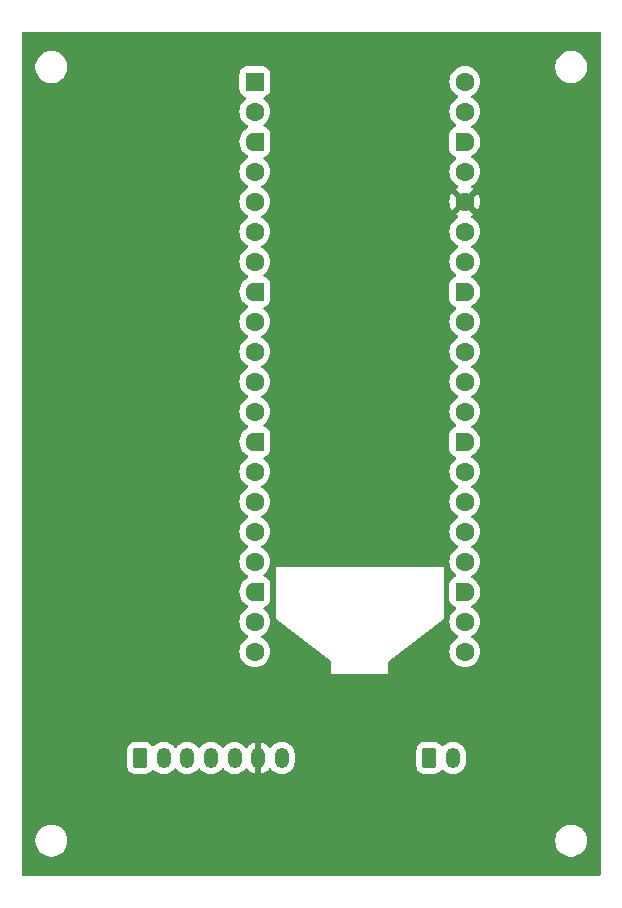
<source format=gbr>
%TF.GenerationSoftware,KiCad,Pcbnew,8.0.5*%
%TF.CreationDate,2024-10-10T19:03:06-04:00*%
%TF.ProjectId,receiver,72656365-6976-4657-922e-6b696361645f,rev?*%
%TF.SameCoordinates,Original*%
%TF.FileFunction,Copper,L2,Bot*%
%TF.FilePolarity,Positive*%
%FSLAX46Y46*%
G04 Gerber Fmt 4.6, Leading zero omitted, Abs format (unit mm)*
G04 Created by KiCad (PCBNEW 8.0.5) date 2024-10-10 19:03:06*
%MOMM*%
%LPD*%
G01*
G04 APERTURE LIST*
G04 Aperture macros list*
%AMRoundRect*
0 Rectangle with rounded corners*
0 $1 Rounding radius*
0 $2 $3 $4 $5 $6 $7 $8 $9 X,Y pos of 4 corners*
0 Add a 4 corners polygon primitive as box body*
4,1,4,$2,$3,$4,$5,$6,$7,$8,$9,$2,$3,0*
0 Add four circle primitives for the rounded corners*
1,1,$1+$1,$2,$3*
1,1,$1+$1,$4,$5*
1,1,$1+$1,$6,$7*
1,1,$1+$1,$8,$9*
0 Add four rect primitives between the rounded corners*
20,1,$1+$1,$2,$3,$4,$5,0*
20,1,$1+$1,$4,$5,$6,$7,0*
20,1,$1+$1,$6,$7,$8,$9,0*
20,1,$1+$1,$8,$9,$2,$3,0*%
%AMFreePoly0*
4,1,28,0.605014,0.794986,0.644504,0.794986,0.724698,0.756366,0.780194,0.686777,0.800000,0.600000,0.800000,-0.600000,0.780194,-0.686777,0.724698,-0.756366,0.644504,-0.794986,0.605014,-0.794986,0.600000,-0.800000,0.000000,-0.800000,-0.178017,-0.779942,-0.347107,-0.720775,-0.498792,-0.625465,-0.625465,-0.498792,-0.720775,-0.347107,-0.779942,-0.178017,-0.800000,0.000000,-0.779942,0.178017,
-0.720775,0.347107,-0.625465,0.498792,-0.498792,0.625465,-0.347107,0.720775,-0.178017,0.779942,0.000000,0.800000,0.600000,0.800000,0.605014,0.794986,0.605014,0.794986,$1*%
%AMFreePoly1*
4,1,28,0.178017,0.779942,0.347107,0.720775,0.498792,0.625465,0.625465,0.498792,0.720775,0.347107,0.779942,0.178017,0.800000,0.000000,0.779942,-0.178017,0.720775,-0.347107,0.625465,-0.498792,0.498792,-0.625465,0.347107,-0.720775,0.178017,-0.779942,0.000000,-0.800000,-0.600000,-0.800000,-0.605014,-0.794986,-0.644504,-0.794986,-0.724698,-0.756366,-0.780194,-0.686777,-0.800000,-0.600000,
-0.800000,0.600000,-0.780194,0.686777,-0.724698,0.756366,-0.644504,0.794986,-0.605014,0.794986,-0.600000,0.800000,0.000000,0.800000,0.178017,0.779942,0.178017,0.779942,$1*%
G04 Aperture macros list end*
%TA.AperFunction,ComponentPad*%
%ADD10RoundRect,0.200000X-0.600000X-0.600000X0.600000X-0.600000X0.600000X0.600000X-0.600000X0.600000X0*%
%TD*%
%TA.AperFunction,ComponentPad*%
%ADD11C,1.600000*%
%TD*%
%TA.AperFunction,ComponentPad*%
%ADD12FreePoly0,0.000000*%
%TD*%
%TA.AperFunction,ComponentPad*%
%ADD13FreePoly1,0.000000*%
%TD*%
%TA.AperFunction,ComponentPad*%
%ADD14RoundRect,0.250000X-0.350000X-0.625000X0.350000X-0.625000X0.350000X0.625000X-0.350000X0.625000X0*%
%TD*%
%TA.AperFunction,ComponentPad*%
%ADD15O,1.200000X1.750000*%
%TD*%
G04 APERTURE END LIST*
D10*
%TO.P,U1,1,GPIO0*%
%TO.N,unconnected-(U1-GPIO0-Pad1)*%
X130720000Y-69740000D03*
D11*
%TO.P,U1,2,GPIO1*%
%TO.N,unconnected-(U1-GPIO1-Pad2)*%
X130720000Y-72280000D03*
D12*
%TO.P,U1,3,GND*%
%TO.N,/GND*%
X130720000Y-74820000D03*
D11*
%TO.P,U1,4,GPIO2*%
%TO.N,/I2C1_SDA*%
X130720000Y-77360000D03*
%TO.P,U1,5,GPIO3*%
%TO.N,/I2C1_SCL*%
X130720000Y-79900000D03*
%TO.P,U1,6,GPIO4*%
%TO.N,/I2C0_SDA*%
X130720000Y-82440000D03*
%TO.P,U1,7,GPIO5*%
%TO.N,/I2C0_SCL*%
X130720000Y-84980000D03*
D12*
%TO.P,U1,8,GND*%
%TO.N,unconnected-(U1-GND-Pad8)*%
X130720000Y-87520000D03*
D11*
%TO.P,U1,9,GPIO6*%
%TO.N,unconnected-(U1-GPIO6-Pad9)*%
X130720000Y-90060000D03*
%TO.P,U1,10,GPIO7*%
%TO.N,unconnected-(U1-GPIO7-Pad10)*%
X130720000Y-92600000D03*
%TO.P,U1,11,GPIO8*%
%TO.N,unconnected-(U1-GPIO8-Pad11)*%
X130720000Y-95140000D03*
%TO.P,U1,12,GPIO9*%
%TO.N,unconnected-(U1-GPIO9-Pad12)*%
X130720000Y-97680000D03*
D12*
%TO.P,U1,13,GND*%
%TO.N,unconnected-(U1-GND-Pad13)*%
X130720000Y-100220000D03*
D11*
%TO.P,U1,14,GPIO10*%
%TO.N,unconnected-(U1-GPIO10-Pad14)*%
X130720000Y-102760000D03*
%TO.P,U1,15,GPIO11*%
%TO.N,unconnected-(U1-GPIO11-Pad15)*%
X130720000Y-105300000D03*
%TO.P,U1,16,GPIO12*%
%TO.N,unconnected-(U1-GPIO12-Pad16)*%
X130720000Y-107840000D03*
%TO.P,U1,17,GPIO13*%
%TO.N,unconnected-(U1-GPIO13-Pad17)*%
X130720000Y-110380000D03*
D12*
%TO.P,U1,18,GND*%
%TO.N,unconnected-(U1-GND-Pad18)*%
X130720000Y-112920000D03*
D11*
%TO.P,U1,19,GPIO14*%
%TO.N,unconnected-(U1-GPIO14-Pad19)*%
X130720000Y-115460000D03*
%TO.P,U1,20,GPIO15*%
%TO.N,unconnected-(U1-GPIO15-Pad20)*%
X130720000Y-118000000D03*
%TO.P,U1,21,GPIO16*%
%TO.N,unconnected-(U1-GPIO16-Pad21)*%
X148500000Y-118000000D03*
%TO.P,U1,22,GPIO17*%
%TO.N,unconnected-(U1-GPIO17-Pad22)*%
X148500000Y-115460000D03*
D13*
%TO.P,U1,23,GND*%
%TO.N,/GND*%
X148500000Y-112920000D03*
D11*
%TO.P,U1,24,GPIO18*%
%TO.N,unconnected-(U1-GPIO18-Pad24)*%
X148500000Y-110380000D03*
%TO.P,U1,25,GPIO19*%
%TO.N,unconnected-(U1-GPIO19-Pad25)*%
X148500000Y-107840000D03*
%TO.P,U1,26,GPIO20*%
%TO.N,unconnected-(U1-GPIO20-Pad26)*%
X148500000Y-105300000D03*
%TO.P,U1,27,GPIO21*%
%TO.N,unconnected-(U1-GPIO21-Pad27)*%
X148500000Y-102760000D03*
D13*
%TO.P,U1,28,GND*%
%TO.N,unconnected-(U1-GND-Pad28)*%
X148500000Y-100220000D03*
D11*
%TO.P,U1,29,GPIO22*%
%TO.N,unconnected-(U1-GPIO22-Pad29)*%
X148500000Y-97680000D03*
%TO.P,U1,30,RUN*%
%TO.N,unconnected-(U1-RUN-Pad30)*%
X148500000Y-95140000D03*
%TO.P,U1,31,GPIO26_ADC0*%
%TO.N,unconnected-(U1-GPIO26_ADC0-Pad31)*%
X148500000Y-92600000D03*
%TO.P,U1,32,GPIO27_ADC1*%
%TO.N,unconnected-(U1-GPIO27_ADC1-Pad32)*%
X148500000Y-90060000D03*
D13*
%TO.P,U1,33,AGND*%
%TO.N,unconnected-(U1-AGND-Pad33)*%
X148500000Y-87520000D03*
D11*
%TO.P,U1,34,GPIO28_ADC2*%
%TO.N,unconnected-(U1-GPIO28_ADC2-Pad34)*%
X148500000Y-84980000D03*
%TO.P,U1,35,ADC_VREF*%
%TO.N,unconnected-(U1-ADC_VREF-Pad35)*%
X148500000Y-82440000D03*
%TO.P,U1,36,3V3*%
%TO.N,/3V3*%
X148500000Y-79900000D03*
%TO.P,U1,37,3V3_EN*%
%TO.N,unconnected-(U1-3V3_EN-Pad37)*%
X148500000Y-77360000D03*
D13*
%TO.P,U1,38,GND*%
%TO.N,/GND*%
X148500000Y-74820000D03*
D11*
%TO.P,U1,39,VSYS*%
%TO.N,unconnected-(U1-VSYS-Pad39)*%
X148500000Y-72280000D03*
%TO.P,U1,40,VBUS*%
%TO.N,unconnected-(U1-VBUS-Pad40)*%
X148500000Y-69740000D03*
%TD*%
D14*
%TO.P,J1,1,Pin_1*%
%TO.N,/GND*%
X121000000Y-127000000D03*
D15*
%TO.P,J1,2,Pin_2*%
%TO.N,/I2C1_SDA*%
X123000000Y-127000000D03*
%TO.P,J1,3,Pin_3*%
%TO.N,/I2C1_SCL*%
X125000000Y-127000000D03*
%TO.P,J1,4,Pin_4*%
%TO.N,/I2C0_SDA*%
X127000000Y-127000000D03*
%TO.P,J1,5,Pin_5*%
%TO.N,/I2C0_SCL*%
X129000000Y-127000000D03*
%TO.P,J1,6,Pin_6*%
%TO.N,/3V3*%
X131000000Y-127000000D03*
%TO.P,J1,7,Pin_7*%
%TO.N,/+5V*%
X133000000Y-127000000D03*
%TD*%
D14*
%TO.P,J2,1,Pin_1*%
%TO.N,/GND*%
X145500000Y-127000000D03*
D15*
%TO.P,J2,2,Pin_2*%
%TO.N,/+5V*%
X147500000Y-127000000D03*
%TD*%
%TA.AperFunction,Conductor*%
%TO.N,/3V3*%
G36*
X159942539Y-65520185D02*
G01*
X159988294Y-65572989D01*
X159999500Y-65624500D01*
X159999500Y-136875500D01*
X159979815Y-136942539D01*
X159927011Y-136988294D01*
X159875500Y-136999500D01*
X111124500Y-136999500D01*
X111057461Y-136979815D01*
X111011706Y-136927011D01*
X111000500Y-136875500D01*
X111000500Y-133893713D01*
X112149500Y-133893713D01*
X112149500Y-134106286D01*
X112182753Y-134316239D01*
X112248444Y-134518414D01*
X112344951Y-134707820D01*
X112469890Y-134879786D01*
X112620213Y-135030109D01*
X112792179Y-135155048D01*
X112792181Y-135155049D01*
X112792184Y-135155051D01*
X112981588Y-135251557D01*
X113183757Y-135317246D01*
X113393713Y-135350500D01*
X113393714Y-135350500D01*
X113606286Y-135350500D01*
X113606287Y-135350500D01*
X113816243Y-135317246D01*
X114018412Y-135251557D01*
X114207816Y-135155051D01*
X114229789Y-135139086D01*
X114379786Y-135030109D01*
X114379788Y-135030106D01*
X114379792Y-135030104D01*
X114530104Y-134879792D01*
X114530106Y-134879788D01*
X114530109Y-134879786D01*
X114655048Y-134707820D01*
X114655047Y-134707820D01*
X114655051Y-134707816D01*
X114751557Y-134518412D01*
X114817246Y-134316243D01*
X114850500Y-134106287D01*
X114850500Y-133893713D01*
X156149500Y-133893713D01*
X156149500Y-134106286D01*
X156182753Y-134316239D01*
X156248444Y-134518414D01*
X156344951Y-134707820D01*
X156469890Y-134879786D01*
X156620213Y-135030109D01*
X156792179Y-135155048D01*
X156792181Y-135155049D01*
X156792184Y-135155051D01*
X156981588Y-135251557D01*
X157183757Y-135317246D01*
X157393713Y-135350500D01*
X157393714Y-135350500D01*
X157606286Y-135350500D01*
X157606287Y-135350500D01*
X157816243Y-135317246D01*
X158018412Y-135251557D01*
X158207816Y-135155051D01*
X158229789Y-135139086D01*
X158379786Y-135030109D01*
X158379788Y-135030106D01*
X158379792Y-135030104D01*
X158530104Y-134879792D01*
X158530106Y-134879788D01*
X158530109Y-134879786D01*
X158655048Y-134707820D01*
X158655047Y-134707820D01*
X158655051Y-134707816D01*
X158751557Y-134518412D01*
X158817246Y-134316243D01*
X158850500Y-134106287D01*
X158850500Y-133893713D01*
X158817246Y-133683757D01*
X158751557Y-133481588D01*
X158655051Y-133292184D01*
X158655049Y-133292181D01*
X158655048Y-133292179D01*
X158530109Y-133120213D01*
X158379786Y-132969890D01*
X158207820Y-132844951D01*
X158018414Y-132748444D01*
X158018413Y-132748443D01*
X158018412Y-132748443D01*
X157816243Y-132682754D01*
X157816241Y-132682753D01*
X157816240Y-132682753D01*
X157654957Y-132657208D01*
X157606287Y-132649500D01*
X157393713Y-132649500D01*
X157345042Y-132657208D01*
X157183760Y-132682753D01*
X156981585Y-132748444D01*
X156792179Y-132844951D01*
X156620213Y-132969890D01*
X156469890Y-133120213D01*
X156344951Y-133292179D01*
X156248444Y-133481585D01*
X156182753Y-133683760D01*
X156149500Y-133893713D01*
X114850500Y-133893713D01*
X114817246Y-133683757D01*
X114751557Y-133481588D01*
X114655051Y-133292184D01*
X114655049Y-133292181D01*
X114655048Y-133292179D01*
X114530109Y-133120213D01*
X114379786Y-132969890D01*
X114207820Y-132844951D01*
X114018414Y-132748444D01*
X114018413Y-132748443D01*
X114018412Y-132748443D01*
X113816243Y-132682754D01*
X113816241Y-132682753D01*
X113816240Y-132682753D01*
X113654957Y-132657208D01*
X113606287Y-132649500D01*
X113393713Y-132649500D01*
X113345042Y-132657208D01*
X113183760Y-132682753D01*
X112981585Y-132748444D01*
X112792179Y-132844951D01*
X112620213Y-132969890D01*
X112469890Y-133120213D01*
X112344951Y-133292179D01*
X112248444Y-133481585D01*
X112182753Y-133683760D01*
X112149500Y-133893713D01*
X111000500Y-133893713D01*
X111000500Y-126324983D01*
X119899500Y-126324983D01*
X119899500Y-127675001D01*
X119899501Y-127675018D01*
X119910000Y-127777796D01*
X119910001Y-127777799D01*
X119965185Y-127944331D01*
X119965187Y-127944336D01*
X119988870Y-127982732D01*
X120057288Y-128093656D01*
X120181344Y-128217712D01*
X120330666Y-128309814D01*
X120497203Y-128364999D01*
X120599991Y-128375500D01*
X121400008Y-128375499D01*
X121400016Y-128375498D01*
X121400019Y-128375498D01*
X121456302Y-128369748D01*
X121502797Y-128364999D01*
X121669334Y-128309814D01*
X121818656Y-128217712D01*
X121942712Y-128093656D01*
X121982310Y-128029456D01*
X122034258Y-127982732D01*
X122103220Y-127971509D01*
X122167303Y-127999352D01*
X122175530Y-128006872D01*
X122283072Y-128114414D01*
X122423212Y-128216232D01*
X122577555Y-128294873D01*
X122742299Y-128348402D01*
X122913389Y-128375500D01*
X122913390Y-128375500D01*
X123086610Y-128375500D01*
X123086611Y-128375500D01*
X123257701Y-128348402D01*
X123422445Y-128294873D01*
X123576788Y-128216232D01*
X123716928Y-128114414D01*
X123839414Y-127991928D01*
X123899682Y-127908975D01*
X123955012Y-127866311D01*
X124024626Y-127860332D01*
X124086421Y-127892938D01*
X124100315Y-127908973D01*
X124160586Y-127991928D01*
X124283072Y-128114414D01*
X124423212Y-128216232D01*
X124577555Y-128294873D01*
X124742299Y-128348402D01*
X124913389Y-128375500D01*
X124913390Y-128375500D01*
X125086610Y-128375500D01*
X125086611Y-128375500D01*
X125257701Y-128348402D01*
X125422445Y-128294873D01*
X125576788Y-128216232D01*
X125716928Y-128114414D01*
X125839414Y-127991928D01*
X125899682Y-127908975D01*
X125955012Y-127866311D01*
X126024626Y-127860332D01*
X126086421Y-127892938D01*
X126100315Y-127908973D01*
X126160586Y-127991928D01*
X126283072Y-128114414D01*
X126423212Y-128216232D01*
X126577555Y-128294873D01*
X126742299Y-128348402D01*
X126913389Y-128375500D01*
X126913390Y-128375500D01*
X127086610Y-128375500D01*
X127086611Y-128375500D01*
X127257701Y-128348402D01*
X127422445Y-128294873D01*
X127576788Y-128216232D01*
X127716928Y-128114414D01*
X127839414Y-127991928D01*
X127899682Y-127908975D01*
X127955012Y-127866311D01*
X128024626Y-127860332D01*
X128086421Y-127892938D01*
X128100315Y-127908973D01*
X128160586Y-127991928D01*
X128283072Y-128114414D01*
X128423212Y-128216232D01*
X128577555Y-128294873D01*
X128742299Y-128348402D01*
X128913389Y-128375500D01*
X128913390Y-128375500D01*
X129086610Y-128375500D01*
X129086611Y-128375500D01*
X129257701Y-128348402D01*
X129422445Y-128294873D01*
X129576788Y-128216232D01*
X129716928Y-128114414D01*
X129839414Y-127991928D01*
X129899991Y-127908550D01*
X129955321Y-127865885D01*
X130024934Y-127859906D01*
X130086729Y-127892512D01*
X130100628Y-127908551D01*
X130160967Y-127991602D01*
X130283397Y-128114032D01*
X130423475Y-128215804D01*
X130577744Y-128294408D01*
X130742415Y-128347914D01*
X130742414Y-128347914D01*
X130749999Y-128349115D01*
X130750000Y-128349114D01*
X130750000Y-127280330D01*
X130769745Y-127300075D01*
X130855255Y-127349444D01*
X130950630Y-127375000D01*
X131049370Y-127375000D01*
X131144745Y-127349444D01*
X131230255Y-127300075D01*
X131250000Y-127280330D01*
X131250000Y-128349115D01*
X131257584Y-128347914D01*
X131422255Y-128294408D01*
X131576524Y-128215804D01*
X131716602Y-128114032D01*
X131839036Y-127991598D01*
X131899371Y-127908552D01*
X131954700Y-127865886D01*
X132024313Y-127859905D01*
X132086109Y-127892510D01*
X132100008Y-127908550D01*
X132100318Y-127908976D01*
X132160586Y-127991928D01*
X132283072Y-128114414D01*
X132423212Y-128216232D01*
X132577555Y-128294873D01*
X132742299Y-128348402D01*
X132913389Y-128375500D01*
X132913390Y-128375500D01*
X133086610Y-128375500D01*
X133086611Y-128375500D01*
X133257701Y-128348402D01*
X133422445Y-128294873D01*
X133576788Y-128216232D01*
X133716928Y-128114414D01*
X133839414Y-127991928D01*
X133941232Y-127851788D01*
X134019873Y-127697445D01*
X134073402Y-127532701D01*
X134100500Y-127361611D01*
X134100500Y-126638389D01*
X134073402Y-126467299D01*
X134027160Y-126324983D01*
X144399500Y-126324983D01*
X144399500Y-127675001D01*
X144399501Y-127675018D01*
X144410000Y-127777796D01*
X144410001Y-127777799D01*
X144465185Y-127944331D01*
X144465187Y-127944336D01*
X144488870Y-127982732D01*
X144557288Y-128093656D01*
X144681344Y-128217712D01*
X144830666Y-128309814D01*
X144997203Y-128364999D01*
X145099991Y-128375500D01*
X145900008Y-128375499D01*
X145900016Y-128375498D01*
X145900019Y-128375498D01*
X145956302Y-128369748D01*
X146002797Y-128364999D01*
X146169334Y-128309814D01*
X146318656Y-128217712D01*
X146442712Y-128093656D01*
X146482310Y-128029456D01*
X146534258Y-127982732D01*
X146603220Y-127971509D01*
X146667303Y-127999352D01*
X146675530Y-128006872D01*
X146783072Y-128114414D01*
X146923212Y-128216232D01*
X147077555Y-128294873D01*
X147242299Y-128348402D01*
X147413389Y-128375500D01*
X147413390Y-128375500D01*
X147586610Y-128375500D01*
X147586611Y-128375500D01*
X147757701Y-128348402D01*
X147922445Y-128294873D01*
X148076788Y-128216232D01*
X148216928Y-128114414D01*
X148339414Y-127991928D01*
X148441232Y-127851788D01*
X148519873Y-127697445D01*
X148573402Y-127532701D01*
X148600500Y-127361611D01*
X148600500Y-126638389D01*
X148573402Y-126467299D01*
X148519873Y-126302555D01*
X148441232Y-126148212D01*
X148339414Y-126008072D01*
X148216928Y-125885586D01*
X148076788Y-125783768D01*
X147922445Y-125705127D01*
X147757701Y-125651598D01*
X147757699Y-125651597D01*
X147757698Y-125651597D01*
X147626271Y-125630781D01*
X147586611Y-125624500D01*
X147413389Y-125624500D01*
X147373728Y-125630781D01*
X147242302Y-125651597D01*
X147077552Y-125705128D01*
X146923211Y-125783768D01*
X146783073Y-125885585D01*
X146675530Y-125993128D01*
X146614207Y-126026612D01*
X146544515Y-126021628D01*
X146488582Y-125979756D01*
X146482310Y-125970543D01*
X146442712Y-125906344D01*
X146318656Y-125782288D01*
X146193559Y-125705128D01*
X146169336Y-125690187D01*
X146169331Y-125690185D01*
X146167862Y-125689698D01*
X146002797Y-125635001D01*
X146002795Y-125635000D01*
X145900010Y-125624500D01*
X145099998Y-125624500D01*
X145099980Y-125624501D01*
X144997203Y-125635000D01*
X144997200Y-125635001D01*
X144830668Y-125690185D01*
X144830663Y-125690187D01*
X144681342Y-125782289D01*
X144557289Y-125906342D01*
X144465187Y-126055663D01*
X144465185Y-126055668D01*
X144448014Y-126107488D01*
X144410001Y-126222203D01*
X144410001Y-126222204D01*
X144410000Y-126222204D01*
X144399500Y-126324983D01*
X134027160Y-126324983D01*
X134019873Y-126302555D01*
X133941232Y-126148212D01*
X133839414Y-126008072D01*
X133716928Y-125885586D01*
X133576788Y-125783768D01*
X133422445Y-125705127D01*
X133257701Y-125651598D01*
X133257699Y-125651597D01*
X133257698Y-125651597D01*
X133126271Y-125630781D01*
X133086611Y-125624500D01*
X132913389Y-125624500D01*
X132873728Y-125630781D01*
X132742302Y-125651597D01*
X132577552Y-125705128D01*
X132423211Y-125783768D01*
X132343256Y-125841859D01*
X132283072Y-125885586D01*
X132283070Y-125885588D01*
X132283069Y-125885588D01*
X132160585Y-126008072D01*
X132100007Y-126091450D01*
X132044677Y-126134115D01*
X131975063Y-126140093D01*
X131913269Y-126107486D01*
X131899371Y-126091447D01*
X131839036Y-126008401D01*
X131716602Y-125885967D01*
X131576524Y-125784195D01*
X131422257Y-125705591D01*
X131257589Y-125652087D01*
X131257581Y-125652085D01*
X131250000Y-125650884D01*
X131250000Y-126719670D01*
X131230255Y-126699925D01*
X131144745Y-126650556D01*
X131049370Y-126625000D01*
X130950630Y-126625000D01*
X130855255Y-126650556D01*
X130769745Y-126699925D01*
X130750000Y-126719670D01*
X130750000Y-125650884D01*
X130749999Y-125650884D01*
X130742418Y-125652085D01*
X130742410Y-125652087D01*
X130577742Y-125705591D01*
X130423475Y-125784195D01*
X130283397Y-125885967D01*
X130160965Y-126008399D01*
X130160961Y-126008404D01*
X130100627Y-126091448D01*
X130045297Y-126134114D01*
X129975684Y-126140093D01*
X129913889Y-126107488D01*
X129899991Y-126091449D01*
X129899990Y-126091447D01*
X129839414Y-126008072D01*
X129716928Y-125885586D01*
X129576788Y-125783768D01*
X129422445Y-125705127D01*
X129257701Y-125651598D01*
X129257699Y-125651597D01*
X129257698Y-125651597D01*
X129126271Y-125630781D01*
X129086611Y-125624500D01*
X128913389Y-125624500D01*
X128873728Y-125630781D01*
X128742302Y-125651597D01*
X128577552Y-125705128D01*
X128423211Y-125783768D01*
X128343256Y-125841859D01*
X128283072Y-125885586D01*
X128283070Y-125885588D01*
X128283069Y-125885588D01*
X128160588Y-126008069D01*
X128160581Y-126008078D01*
X128100317Y-126091023D01*
X128044987Y-126133689D01*
X127975374Y-126139667D01*
X127913579Y-126107061D01*
X127899683Y-126091023D01*
X127839653Y-126008401D01*
X127839414Y-126008072D01*
X127716928Y-125885586D01*
X127576788Y-125783768D01*
X127422445Y-125705127D01*
X127257701Y-125651598D01*
X127257699Y-125651597D01*
X127257698Y-125651597D01*
X127126271Y-125630781D01*
X127086611Y-125624500D01*
X126913389Y-125624500D01*
X126873728Y-125630781D01*
X126742302Y-125651597D01*
X126577552Y-125705128D01*
X126423211Y-125783768D01*
X126343256Y-125841859D01*
X126283072Y-125885586D01*
X126283070Y-125885588D01*
X126283069Y-125885588D01*
X126160588Y-126008069D01*
X126160581Y-126008078D01*
X126100317Y-126091023D01*
X126044987Y-126133689D01*
X125975374Y-126139667D01*
X125913579Y-126107061D01*
X125899683Y-126091023D01*
X125839653Y-126008401D01*
X125839414Y-126008072D01*
X125716928Y-125885586D01*
X125576788Y-125783768D01*
X125422445Y-125705127D01*
X125257701Y-125651598D01*
X125257699Y-125651597D01*
X125257698Y-125651597D01*
X125126271Y-125630781D01*
X125086611Y-125624500D01*
X124913389Y-125624500D01*
X124873728Y-125630781D01*
X124742302Y-125651597D01*
X124577552Y-125705128D01*
X124423211Y-125783768D01*
X124343256Y-125841859D01*
X124283072Y-125885586D01*
X124283070Y-125885588D01*
X124283069Y-125885588D01*
X124160588Y-126008069D01*
X124160581Y-126008078D01*
X124100317Y-126091023D01*
X124044987Y-126133689D01*
X123975374Y-126139667D01*
X123913579Y-126107061D01*
X123899683Y-126091023D01*
X123839653Y-126008401D01*
X123839414Y-126008072D01*
X123716928Y-125885586D01*
X123576788Y-125783768D01*
X123422445Y-125705127D01*
X123257701Y-125651598D01*
X123257699Y-125651597D01*
X123257698Y-125651597D01*
X123126271Y-125630781D01*
X123086611Y-125624500D01*
X122913389Y-125624500D01*
X122873728Y-125630781D01*
X122742302Y-125651597D01*
X122577552Y-125705128D01*
X122423211Y-125783768D01*
X122283073Y-125885585D01*
X122175530Y-125993128D01*
X122114207Y-126026612D01*
X122044515Y-126021628D01*
X121988582Y-125979756D01*
X121982310Y-125970543D01*
X121942712Y-125906344D01*
X121818656Y-125782288D01*
X121693559Y-125705128D01*
X121669336Y-125690187D01*
X121669331Y-125690185D01*
X121667862Y-125689698D01*
X121502797Y-125635001D01*
X121502795Y-125635000D01*
X121400010Y-125624500D01*
X120599998Y-125624500D01*
X120599980Y-125624501D01*
X120497203Y-125635000D01*
X120497200Y-125635001D01*
X120330668Y-125690185D01*
X120330663Y-125690187D01*
X120181342Y-125782289D01*
X120057289Y-125906342D01*
X119965187Y-126055663D01*
X119965185Y-126055668D01*
X119948014Y-126107488D01*
X119910001Y-126222203D01*
X119910001Y-126222204D01*
X119910000Y-126222204D01*
X119899500Y-126324983D01*
X111000500Y-126324983D01*
X111000500Y-74763396D01*
X129412617Y-74763396D01*
X129412617Y-74876603D01*
X129432800Y-75055736D01*
X129432801Y-75055739D01*
X129457986Y-75166089D01*
X129457989Y-75166098D01*
X129517528Y-75336255D01*
X129566647Y-75438249D01*
X129625859Y-75532484D01*
X129662558Y-75590890D01*
X129733135Y-75679390D01*
X129860610Y-75806865D01*
X129949110Y-75877442D01*
X130073465Y-75955579D01*
X130101755Y-75973355D01*
X130101759Y-75973357D01*
X130119209Y-75981761D01*
X130171068Y-76028584D01*
X130189380Y-76096011D01*
X130168331Y-76162635D01*
X130117812Y-76205862D01*
X130067264Y-76229433D01*
X129880858Y-76359954D01*
X129719954Y-76520858D01*
X129589432Y-76707265D01*
X129589431Y-76707267D01*
X129493261Y-76913502D01*
X129493258Y-76913511D01*
X129434366Y-77133302D01*
X129434364Y-77133313D01*
X129414532Y-77359998D01*
X129414532Y-77360001D01*
X129434364Y-77586686D01*
X129434366Y-77586697D01*
X129493258Y-77806488D01*
X129493261Y-77806497D01*
X129589431Y-78012732D01*
X129589432Y-78012734D01*
X129719954Y-78199141D01*
X129880858Y-78360045D01*
X129880861Y-78360047D01*
X130067266Y-78490568D01*
X130125275Y-78517618D01*
X130177714Y-78563791D01*
X130196866Y-78630984D01*
X130176650Y-78697865D01*
X130125275Y-78742382D01*
X130067267Y-78769431D01*
X130067265Y-78769432D01*
X129880858Y-78899954D01*
X129719954Y-79060858D01*
X129589432Y-79247265D01*
X129589431Y-79247267D01*
X129493261Y-79453502D01*
X129493258Y-79453511D01*
X129434366Y-79673302D01*
X129434364Y-79673313D01*
X129414532Y-79899998D01*
X129414532Y-79900001D01*
X129434364Y-80126686D01*
X129434366Y-80126697D01*
X129493258Y-80346488D01*
X129493261Y-80346497D01*
X129589431Y-80552732D01*
X129589432Y-80552734D01*
X129719954Y-80739141D01*
X129880858Y-80900045D01*
X129880861Y-80900047D01*
X130067266Y-81030568D01*
X130124681Y-81057341D01*
X130125275Y-81057618D01*
X130177714Y-81103791D01*
X130196866Y-81170984D01*
X130176650Y-81237865D01*
X130125275Y-81282382D01*
X130067267Y-81309431D01*
X130067265Y-81309432D01*
X129880858Y-81439954D01*
X129719954Y-81600858D01*
X129589432Y-81787265D01*
X129589431Y-81787267D01*
X129493261Y-81993502D01*
X129493258Y-81993511D01*
X129434366Y-82213302D01*
X129434364Y-82213313D01*
X129414532Y-82439998D01*
X129414532Y-82440001D01*
X129434364Y-82666686D01*
X129434366Y-82666697D01*
X129493258Y-82886488D01*
X129493261Y-82886497D01*
X129589431Y-83092732D01*
X129589432Y-83092734D01*
X129719954Y-83279141D01*
X129880858Y-83440045D01*
X129880861Y-83440047D01*
X130067266Y-83570568D01*
X130125275Y-83597618D01*
X130177714Y-83643791D01*
X130196866Y-83710984D01*
X130176650Y-83777865D01*
X130125275Y-83822382D01*
X130067267Y-83849431D01*
X130067265Y-83849432D01*
X129880858Y-83979954D01*
X129719954Y-84140858D01*
X129589432Y-84327265D01*
X129589431Y-84327267D01*
X129493261Y-84533502D01*
X129493258Y-84533511D01*
X129434366Y-84753302D01*
X129434364Y-84753313D01*
X129414532Y-84979998D01*
X129414532Y-84980001D01*
X129434364Y-85206686D01*
X129434366Y-85206697D01*
X129493258Y-85426488D01*
X129493261Y-85426497D01*
X129589431Y-85632732D01*
X129589432Y-85632734D01*
X129719954Y-85819141D01*
X129880858Y-85980045D01*
X129880861Y-85980047D01*
X130067266Y-86110568D01*
X130117810Y-86134137D01*
X130170250Y-86180309D01*
X130189402Y-86247502D01*
X130169187Y-86314384D01*
X130119213Y-86358236D01*
X130101762Y-86366640D01*
X130101755Y-86366644D01*
X129949111Y-86462557D01*
X129860610Y-86533134D01*
X129733134Y-86660610D01*
X129662557Y-86749111D01*
X129566647Y-86901750D01*
X129517528Y-87003744D01*
X129457989Y-87173901D01*
X129457986Y-87173910D01*
X129432801Y-87284260D01*
X129432800Y-87284263D01*
X129412617Y-87463396D01*
X129412617Y-87576603D01*
X129432800Y-87755736D01*
X129432801Y-87755739D01*
X129457986Y-87866089D01*
X129457989Y-87866098D01*
X129517528Y-88036255D01*
X129566647Y-88138249D01*
X129625859Y-88232484D01*
X129662558Y-88290890D01*
X129733135Y-88379390D01*
X129860610Y-88506865D01*
X129949110Y-88577442D01*
X130073465Y-88655579D01*
X130101755Y-88673355D01*
X130101759Y-88673357D01*
X130119209Y-88681761D01*
X130171068Y-88728584D01*
X130189380Y-88796011D01*
X130168331Y-88862635D01*
X130117812Y-88905862D01*
X130067264Y-88929433D01*
X129880858Y-89059954D01*
X129719954Y-89220858D01*
X129589432Y-89407265D01*
X129589431Y-89407267D01*
X129493261Y-89613502D01*
X129493258Y-89613511D01*
X129434366Y-89833302D01*
X129434364Y-89833313D01*
X129414532Y-90059998D01*
X129414532Y-90060001D01*
X129434364Y-90286686D01*
X129434366Y-90286697D01*
X129493258Y-90506488D01*
X129493261Y-90506497D01*
X129589431Y-90712732D01*
X129589432Y-90712734D01*
X129719954Y-90899141D01*
X129880858Y-91060045D01*
X129880861Y-91060047D01*
X130067266Y-91190568D01*
X130125275Y-91217618D01*
X130177714Y-91263791D01*
X130196866Y-91330984D01*
X130176650Y-91397865D01*
X130125275Y-91442382D01*
X130067267Y-91469431D01*
X130067265Y-91469432D01*
X129880858Y-91599954D01*
X129719954Y-91760858D01*
X129589432Y-91947265D01*
X129589431Y-91947267D01*
X129493261Y-92153502D01*
X129493258Y-92153511D01*
X129434366Y-92373302D01*
X129434364Y-92373313D01*
X129414532Y-92599998D01*
X129414532Y-92600001D01*
X129434364Y-92826686D01*
X129434366Y-92826697D01*
X129493258Y-93046488D01*
X129493261Y-93046497D01*
X129589431Y-93252732D01*
X129589432Y-93252734D01*
X129719954Y-93439141D01*
X129880858Y-93600045D01*
X129880861Y-93600047D01*
X130067266Y-93730568D01*
X130125275Y-93757618D01*
X130177714Y-93803791D01*
X130196866Y-93870984D01*
X130176650Y-93937865D01*
X130125275Y-93982382D01*
X130067267Y-94009431D01*
X130067265Y-94009432D01*
X129880858Y-94139954D01*
X129719954Y-94300858D01*
X129589432Y-94487265D01*
X129589431Y-94487267D01*
X129493261Y-94693502D01*
X129493258Y-94693511D01*
X129434366Y-94913302D01*
X129434364Y-94913313D01*
X129414532Y-95139998D01*
X129414532Y-95140001D01*
X129434364Y-95366686D01*
X129434366Y-95366697D01*
X129493258Y-95586488D01*
X129493261Y-95586497D01*
X129589431Y-95792732D01*
X129589432Y-95792734D01*
X129719954Y-95979141D01*
X129880858Y-96140045D01*
X129880861Y-96140047D01*
X130067266Y-96270568D01*
X130125275Y-96297618D01*
X130177714Y-96343791D01*
X130196866Y-96410984D01*
X130176650Y-96477865D01*
X130125275Y-96522382D01*
X130067267Y-96549431D01*
X130067265Y-96549432D01*
X129880858Y-96679954D01*
X129719954Y-96840858D01*
X129589432Y-97027265D01*
X129589431Y-97027267D01*
X129493261Y-97233502D01*
X129493258Y-97233511D01*
X129434366Y-97453302D01*
X129434364Y-97453313D01*
X129414532Y-97679998D01*
X129414532Y-97680001D01*
X129434364Y-97906686D01*
X129434366Y-97906697D01*
X129493258Y-98126488D01*
X129493261Y-98126497D01*
X129589431Y-98332732D01*
X129589432Y-98332734D01*
X129719954Y-98519141D01*
X129880858Y-98680045D01*
X129880861Y-98680047D01*
X130067266Y-98810568D01*
X130117810Y-98834137D01*
X130170250Y-98880309D01*
X130189402Y-98947502D01*
X130169187Y-99014384D01*
X130119213Y-99058236D01*
X130101762Y-99066640D01*
X130101755Y-99066644D01*
X129949111Y-99162557D01*
X129860610Y-99233134D01*
X129733134Y-99360610D01*
X129662557Y-99449111D01*
X129566647Y-99601750D01*
X129517528Y-99703744D01*
X129457989Y-99873901D01*
X129457986Y-99873910D01*
X129432801Y-99984260D01*
X129432800Y-99984263D01*
X129412617Y-100163396D01*
X129412617Y-100276603D01*
X129432800Y-100455736D01*
X129432801Y-100455739D01*
X129457986Y-100566089D01*
X129457989Y-100566098D01*
X129517528Y-100736255D01*
X129566647Y-100838249D01*
X129625859Y-100932484D01*
X129662558Y-100990890D01*
X129733135Y-101079390D01*
X129860610Y-101206865D01*
X129949110Y-101277442D01*
X130073465Y-101355579D01*
X130101755Y-101373355D01*
X130101759Y-101373357D01*
X130119209Y-101381761D01*
X130171068Y-101428584D01*
X130189380Y-101496011D01*
X130168331Y-101562635D01*
X130117812Y-101605862D01*
X130067264Y-101629433D01*
X129880858Y-101759954D01*
X129719954Y-101920858D01*
X129589432Y-102107265D01*
X129589431Y-102107267D01*
X129493261Y-102313502D01*
X129493258Y-102313511D01*
X129434366Y-102533302D01*
X129434364Y-102533313D01*
X129414532Y-102759998D01*
X129414532Y-102760001D01*
X129434364Y-102986686D01*
X129434366Y-102986697D01*
X129493258Y-103206488D01*
X129493261Y-103206497D01*
X129589431Y-103412732D01*
X129589432Y-103412734D01*
X129719954Y-103599141D01*
X129880858Y-103760045D01*
X129880861Y-103760047D01*
X130067266Y-103890568D01*
X130125275Y-103917618D01*
X130177714Y-103963791D01*
X130196866Y-104030984D01*
X130176650Y-104097865D01*
X130125275Y-104142382D01*
X130067267Y-104169431D01*
X130067265Y-104169432D01*
X129880858Y-104299954D01*
X129719954Y-104460858D01*
X129589432Y-104647265D01*
X129589431Y-104647267D01*
X129493261Y-104853502D01*
X129493258Y-104853511D01*
X129434366Y-105073302D01*
X129434364Y-105073313D01*
X129414532Y-105299998D01*
X129414532Y-105300001D01*
X129434364Y-105526686D01*
X129434366Y-105526697D01*
X129493258Y-105746488D01*
X129493261Y-105746497D01*
X129589431Y-105952732D01*
X129589432Y-105952734D01*
X129719954Y-106139141D01*
X129880858Y-106300045D01*
X129880861Y-106300047D01*
X130067266Y-106430568D01*
X130125275Y-106457618D01*
X130177714Y-106503791D01*
X130196866Y-106570984D01*
X130176650Y-106637865D01*
X130125275Y-106682382D01*
X130067267Y-106709431D01*
X130067265Y-106709432D01*
X129880858Y-106839954D01*
X129719954Y-107000858D01*
X129589432Y-107187265D01*
X129589431Y-107187267D01*
X129493261Y-107393502D01*
X129493258Y-107393511D01*
X129434366Y-107613302D01*
X129434364Y-107613313D01*
X129414532Y-107839998D01*
X129414532Y-107840001D01*
X129434364Y-108066686D01*
X129434366Y-108066697D01*
X129493258Y-108286488D01*
X129493261Y-108286497D01*
X129589431Y-108492732D01*
X129589432Y-108492734D01*
X129719954Y-108679141D01*
X129880858Y-108840045D01*
X129880861Y-108840047D01*
X130067266Y-108970568D01*
X130125275Y-108997618D01*
X130177714Y-109043791D01*
X130196866Y-109110984D01*
X130176650Y-109177865D01*
X130125275Y-109222382D01*
X130067267Y-109249431D01*
X130067265Y-109249432D01*
X129880858Y-109379954D01*
X129719954Y-109540858D01*
X129589432Y-109727265D01*
X129589431Y-109727267D01*
X129493261Y-109933502D01*
X129493258Y-109933511D01*
X129434366Y-110153302D01*
X129434364Y-110153313D01*
X129414532Y-110379998D01*
X129414532Y-110380001D01*
X129434364Y-110606686D01*
X129434366Y-110606697D01*
X129493258Y-110826488D01*
X129493261Y-110826497D01*
X129589431Y-111032732D01*
X129589432Y-111032734D01*
X129719954Y-111219141D01*
X129880858Y-111380045D01*
X129880861Y-111380047D01*
X130067266Y-111510568D01*
X130117810Y-111534137D01*
X130170250Y-111580309D01*
X130189402Y-111647502D01*
X130169187Y-111714384D01*
X130119213Y-111758236D01*
X130101762Y-111766640D01*
X130101755Y-111766644D01*
X129949111Y-111862557D01*
X129860610Y-111933134D01*
X129733134Y-112060610D01*
X129662557Y-112149111D01*
X129566647Y-112301750D01*
X129517528Y-112403744D01*
X129457989Y-112573901D01*
X129457986Y-112573910D01*
X129432801Y-112684260D01*
X129432800Y-112684263D01*
X129412617Y-112863396D01*
X129412617Y-112976603D01*
X129432800Y-113155736D01*
X129432801Y-113155739D01*
X129457986Y-113266089D01*
X129457989Y-113266098D01*
X129517528Y-113436255D01*
X129566647Y-113538249D01*
X129625859Y-113632484D01*
X129662558Y-113690890D01*
X129733135Y-113779390D01*
X129860610Y-113906865D01*
X129949110Y-113977442D01*
X130073465Y-114055579D01*
X130101755Y-114073355D01*
X130101759Y-114073357D01*
X130119209Y-114081761D01*
X130171068Y-114128584D01*
X130189380Y-114196011D01*
X130168331Y-114262635D01*
X130117812Y-114305862D01*
X130067264Y-114329433D01*
X129880858Y-114459954D01*
X129719954Y-114620858D01*
X129589432Y-114807265D01*
X129589431Y-114807267D01*
X129493261Y-115013502D01*
X129493258Y-115013511D01*
X129434366Y-115233302D01*
X129434364Y-115233313D01*
X129414532Y-115459998D01*
X129414532Y-115460001D01*
X129434364Y-115686686D01*
X129434366Y-115686697D01*
X129493258Y-115906488D01*
X129493261Y-115906497D01*
X129589431Y-116112732D01*
X129589432Y-116112734D01*
X129719954Y-116299141D01*
X129880858Y-116460045D01*
X129880861Y-116460047D01*
X130067266Y-116590568D01*
X130125275Y-116617618D01*
X130177714Y-116663791D01*
X130196866Y-116730984D01*
X130176650Y-116797865D01*
X130125275Y-116842382D01*
X130067267Y-116869431D01*
X130067265Y-116869432D01*
X129880858Y-116999954D01*
X129719954Y-117160858D01*
X129589432Y-117347265D01*
X129589431Y-117347267D01*
X129493261Y-117553502D01*
X129493258Y-117553511D01*
X129434366Y-117773302D01*
X129434364Y-117773313D01*
X129414532Y-117999998D01*
X129414532Y-118000001D01*
X129434364Y-118226686D01*
X129434366Y-118226697D01*
X129493258Y-118446488D01*
X129493261Y-118446497D01*
X129589431Y-118652732D01*
X129589432Y-118652734D01*
X129719954Y-118839141D01*
X129880858Y-119000045D01*
X129880861Y-119000047D01*
X130067266Y-119130568D01*
X130273504Y-119226739D01*
X130493308Y-119285635D01*
X130655230Y-119299801D01*
X130719998Y-119305468D01*
X130720000Y-119305468D01*
X130720002Y-119305468D01*
X130776673Y-119300509D01*
X130946692Y-119285635D01*
X131166496Y-119226739D01*
X131372734Y-119130568D01*
X131559139Y-119000047D01*
X131720047Y-118839139D01*
X131850568Y-118652734D01*
X131946739Y-118446496D01*
X132005635Y-118226692D01*
X132025468Y-118000000D01*
X132005635Y-117773308D01*
X131946739Y-117553504D01*
X131850568Y-117347266D01*
X131720047Y-117160861D01*
X131720045Y-117160858D01*
X131559141Y-116999954D01*
X131372734Y-116869432D01*
X131372728Y-116869429D01*
X131314725Y-116842382D01*
X131262285Y-116796210D01*
X131243133Y-116729017D01*
X131263348Y-116662135D01*
X131314725Y-116617618D01*
X131372734Y-116590568D01*
X131559139Y-116460047D01*
X131720047Y-116299139D01*
X131850568Y-116112734D01*
X131946739Y-115906496D01*
X132005635Y-115686692D01*
X132025468Y-115460000D01*
X132005635Y-115233308D01*
X131999362Y-115209895D01*
X132510000Y-115209895D01*
X137162057Y-118822663D01*
X137202931Y-118879327D01*
X137210000Y-118920597D01*
X137210000Y-119870000D01*
X142010000Y-119870000D01*
X142010000Y-118920597D01*
X142029685Y-118853558D01*
X142057941Y-118822664D01*
X146710000Y-115209895D01*
X146710000Y-110870000D01*
X132510000Y-110870000D01*
X132510000Y-115209895D01*
X131999362Y-115209895D01*
X131946739Y-115013504D01*
X131850568Y-114807266D01*
X131720047Y-114620861D01*
X131720045Y-114620858D01*
X131559141Y-114459954D01*
X131493001Y-114413643D01*
X131449376Y-114359067D01*
X131442182Y-114289568D01*
X131473704Y-114227213D01*
X131526766Y-114193829D01*
X131584980Y-114175438D01*
X131667236Y-114135825D01*
X131738320Y-114094137D01*
X131828723Y-114009102D01*
X131843120Y-113995561D01*
X131843122Y-113995559D01*
X131843123Y-113995558D01*
X131900045Y-113924179D01*
X131945998Y-113855783D01*
X131997652Y-113721495D01*
X132017968Y-113632487D01*
X132029697Y-113550917D01*
X132025913Y-113504644D01*
X132025500Y-113494537D01*
X132025500Y-113000274D01*
X132026280Y-112986387D01*
X132027383Y-112976600D01*
X132027383Y-112863398D01*
X132026280Y-112853610D01*
X132025500Y-112839725D01*
X132025500Y-112388973D01*
X132026762Y-112371325D01*
X132029697Y-112350912D01*
X132017968Y-112207515D01*
X132017968Y-112207513D01*
X131997652Y-112118505D01*
X131972830Y-112039933D01*
X131900045Y-111915821D01*
X131843123Y-111844442D01*
X131843113Y-111844431D01*
X131786668Y-111784420D01*
X131786663Y-111784416D01*
X131667241Y-111704178D01*
X131667236Y-111704175D01*
X131667234Y-111704174D01*
X131584980Y-111664562D01*
X131584976Y-111664560D01*
X131584973Y-111664559D01*
X131584972Y-111664558D01*
X131523523Y-111640922D01*
X131468020Y-111598482D01*
X131444273Y-111532772D01*
X131459821Y-111464654D01*
X131496917Y-111423614D01*
X131559139Y-111380047D01*
X131720047Y-111219139D01*
X131850568Y-111032734D01*
X131946739Y-110826496D01*
X132005635Y-110606692D01*
X132025468Y-110380000D01*
X132005635Y-110153308D01*
X131946739Y-109933504D01*
X131850568Y-109727266D01*
X131720047Y-109540861D01*
X131720045Y-109540858D01*
X131559141Y-109379954D01*
X131372734Y-109249432D01*
X131372728Y-109249429D01*
X131314725Y-109222382D01*
X131262285Y-109176210D01*
X131243133Y-109109017D01*
X131263348Y-109042135D01*
X131314725Y-108997618D01*
X131372734Y-108970568D01*
X131559139Y-108840047D01*
X131720047Y-108679139D01*
X131850568Y-108492734D01*
X131946739Y-108286496D01*
X132005635Y-108066692D01*
X132025468Y-107840000D01*
X132005635Y-107613308D01*
X131946739Y-107393504D01*
X131850568Y-107187266D01*
X131720047Y-107000861D01*
X131720045Y-107000858D01*
X131559141Y-106839954D01*
X131372734Y-106709432D01*
X131372728Y-106709429D01*
X131314725Y-106682382D01*
X131262285Y-106636210D01*
X131243133Y-106569017D01*
X131263348Y-106502135D01*
X131314725Y-106457618D01*
X131372734Y-106430568D01*
X131559139Y-106300047D01*
X131720047Y-106139139D01*
X131850568Y-105952734D01*
X131946739Y-105746496D01*
X132005635Y-105526692D01*
X132025468Y-105300000D01*
X132005635Y-105073308D01*
X131946739Y-104853504D01*
X131850568Y-104647266D01*
X131720047Y-104460861D01*
X131720045Y-104460858D01*
X131559141Y-104299954D01*
X131372734Y-104169432D01*
X131372728Y-104169429D01*
X131314725Y-104142382D01*
X131262285Y-104096210D01*
X131243133Y-104029017D01*
X131263348Y-103962135D01*
X131314725Y-103917618D01*
X131372734Y-103890568D01*
X131559139Y-103760047D01*
X131720047Y-103599139D01*
X131850568Y-103412734D01*
X131946739Y-103206496D01*
X132005635Y-102986692D01*
X132025468Y-102760000D01*
X132005635Y-102533308D01*
X131946739Y-102313504D01*
X131850568Y-102107266D01*
X131720047Y-101920861D01*
X131720045Y-101920858D01*
X131559141Y-101759954D01*
X131493001Y-101713643D01*
X131449376Y-101659067D01*
X131442182Y-101589568D01*
X131473704Y-101527213D01*
X131526766Y-101493829D01*
X131584980Y-101475438D01*
X131667236Y-101435825D01*
X131738320Y-101394137D01*
X131828723Y-101309102D01*
X131843120Y-101295561D01*
X131843122Y-101295559D01*
X131843123Y-101295558D01*
X131900045Y-101224179D01*
X131945998Y-101155783D01*
X131997652Y-101021495D01*
X132017968Y-100932487D01*
X132029697Y-100850917D01*
X132025913Y-100804644D01*
X132025500Y-100794537D01*
X132025500Y-100300274D01*
X132026280Y-100286387D01*
X132027383Y-100276600D01*
X132027383Y-100163398D01*
X132026280Y-100153610D01*
X132025500Y-100139725D01*
X132025500Y-99688973D01*
X132026762Y-99671325D01*
X132029697Y-99650912D01*
X132017968Y-99507515D01*
X132017968Y-99507513D01*
X131997652Y-99418505D01*
X131972830Y-99339933D01*
X131900045Y-99215821D01*
X131843123Y-99144442D01*
X131843113Y-99144431D01*
X131786668Y-99084420D01*
X131786663Y-99084416D01*
X131667241Y-99004178D01*
X131667236Y-99004175D01*
X131667234Y-99004174D01*
X131584980Y-98964562D01*
X131584976Y-98964560D01*
X131584973Y-98964559D01*
X131584972Y-98964558D01*
X131523523Y-98940922D01*
X131468020Y-98898482D01*
X131444273Y-98832772D01*
X131459821Y-98764654D01*
X131496917Y-98723614D01*
X131559139Y-98680047D01*
X131720047Y-98519139D01*
X131850568Y-98332734D01*
X131946739Y-98126496D01*
X132005635Y-97906692D01*
X132025468Y-97680000D01*
X132005635Y-97453308D01*
X131946739Y-97233504D01*
X131850568Y-97027266D01*
X131720047Y-96840861D01*
X131720045Y-96840858D01*
X131559141Y-96679954D01*
X131372734Y-96549432D01*
X131372728Y-96549429D01*
X131314725Y-96522382D01*
X131262285Y-96476210D01*
X131243133Y-96409017D01*
X131263348Y-96342135D01*
X131314725Y-96297618D01*
X131372734Y-96270568D01*
X131559139Y-96140047D01*
X131720047Y-95979139D01*
X131850568Y-95792734D01*
X131946739Y-95586496D01*
X132005635Y-95366692D01*
X132025468Y-95140000D01*
X132005635Y-94913308D01*
X131946739Y-94693504D01*
X131850568Y-94487266D01*
X131720047Y-94300861D01*
X131720045Y-94300858D01*
X131559141Y-94139954D01*
X131372734Y-94009432D01*
X131372728Y-94009429D01*
X131314725Y-93982382D01*
X131262285Y-93936210D01*
X131243133Y-93869017D01*
X131263348Y-93802135D01*
X131314725Y-93757618D01*
X131372734Y-93730568D01*
X131559139Y-93600047D01*
X131720047Y-93439139D01*
X131850568Y-93252734D01*
X131946739Y-93046496D01*
X132005635Y-92826692D01*
X132025468Y-92600000D01*
X132005635Y-92373308D01*
X131946739Y-92153504D01*
X131850568Y-91947266D01*
X131720047Y-91760861D01*
X131720045Y-91760858D01*
X131559141Y-91599954D01*
X131372734Y-91469432D01*
X131372728Y-91469429D01*
X131314725Y-91442382D01*
X131262285Y-91396210D01*
X131243133Y-91329017D01*
X131263348Y-91262135D01*
X131314725Y-91217618D01*
X131372734Y-91190568D01*
X131559139Y-91060047D01*
X131720047Y-90899139D01*
X131850568Y-90712734D01*
X131946739Y-90506496D01*
X132005635Y-90286692D01*
X132025468Y-90060000D01*
X132005635Y-89833308D01*
X131946739Y-89613504D01*
X131850568Y-89407266D01*
X131720047Y-89220861D01*
X131720045Y-89220858D01*
X131559141Y-89059954D01*
X131493001Y-89013643D01*
X131449376Y-88959067D01*
X131442182Y-88889568D01*
X131473704Y-88827213D01*
X131526766Y-88793829D01*
X131584980Y-88775438D01*
X131667236Y-88735825D01*
X131738320Y-88694137D01*
X131828723Y-88609102D01*
X131843120Y-88595561D01*
X131843122Y-88595559D01*
X131843123Y-88595558D01*
X131900045Y-88524179D01*
X131945998Y-88455783D01*
X131997652Y-88321495D01*
X132017968Y-88232487D01*
X132029697Y-88150917D01*
X132025913Y-88104644D01*
X132025500Y-88094537D01*
X132025500Y-87600274D01*
X132026280Y-87586387D01*
X132027383Y-87576600D01*
X132027383Y-87463398D01*
X132026280Y-87453610D01*
X132025500Y-87439725D01*
X132025500Y-86988973D01*
X132026762Y-86971325D01*
X132029697Y-86950912D01*
X132017968Y-86807515D01*
X132017968Y-86807513D01*
X131997652Y-86718505D01*
X131972830Y-86639933D01*
X131900045Y-86515821D01*
X131843123Y-86444442D01*
X131843113Y-86444431D01*
X131786668Y-86384420D01*
X131786663Y-86384416D01*
X131667241Y-86304178D01*
X131667236Y-86304175D01*
X131667234Y-86304174D01*
X131584980Y-86264562D01*
X131584976Y-86264560D01*
X131584973Y-86264559D01*
X131584972Y-86264558D01*
X131523523Y-86240922D01*
X131468020Y-86198482D01*
X131444273Y-86132772D01*
X131459821Y-86064654D01*
X131496917Y-86023614D01*
X131559139Y-85980047D01*
X131720047Y-85819139D01*
X131850568Y-85632734D01*
X131946739Y-85426496D01*
X132005635Y-85206692D01*
X132025468Y-84980000D01*
X132005635Y-84753308D01*
X131946739Y-84533504D01*
X131850568Y-84327266D01*
X131720047Y-84140861D01*
X131720045Y-84140858D01*
X131559141Y-83979954D01*
X131372734Y-83849432D01*
X131372728Y-83849429D01*
X131314725Y-83822382D01*
X131262285Y-83776210D01*
X131243133Y-83709017D01*
X131263348Y-83642135D01*
X131314725Y-83597618D01*
X131372734Y-83570568D01*
X131559139Y-83440047D01*
X131720047Y-83279139D01*
X131850568Y-83092734D01*
X131946739Y-82886496D01*
X132005635Y-82666692D01*
X132025468Y-82440000D01*
X132005635Y-82213308D01*
X131946739Y-81993504D01*
X131850568Y-81787266D01*
X131720047Y-81600861D01*
X131720045Y-81600858D01*
X131559141Y-81439954D01*
X131372734Y-81309432D01*
X131372728Y-81309429D01*
X131314725Y-81282382D01*
X131262285Y-81236210D01*
X131243133Y-81169017D01*
X131263348Y-81102135D01*
X131314725Y-81057618D01*
X131315319Y-81057341D01*
X131372734Y-81030568D01*
X131559139Y-80900047D01*
X131720047Y-80739139D01*
X131850568Y-80552734D01*
X131946739Y-80346496D01*
X132005635Y-80126692D01*
X132025468Y-79900000D01*
X132005635Y-79673308D01*
X131946739Y-79453504D01*
X131850568Y-79247266D01*
X131720047Y-79060861D01*
X131720045Y-79060858D01*
X131559141Y-78899954D01*
X131372734Y-78769432D01*
X131372728Y-78769429D01*
X131314725Y-78742382D01*
X131262285Y-78696210D01*
X131243133Y-78629017D01*
X131263348Y-78562135D01*
X131314725Y-78517618D01*
X131372734Y-78490568D01*
X131559139Y-78360047D01*
X131720047Y-78199139D01*
X131850568Y-78012734D01*
X131946739Y-77806496D01*
X132005635Y-77586692D01*
X132025468Y-77360000D01*
X132005635Y-77133308D01*
X131946739Y-76913504D01*
X131850568Y-76707266D01*
X131720047Y-76520861D01*
X131720045Y-76520858D01*
X131559141Y-76359954D01*
X131493001Y-76313643D01*
X131449376Y-76259067D01*
X131442182Y-76189568D01*
X131473704Y-76127213D01*
X131526766Y-76093829D01*
X131584980Y-76075438D01*
X131667236Y-76035825D01*
X131738320Y-75994137D01*
X131828723Y-75909102D01*
X131843120Y-75895561D01*
X131843122Y-75895559D01*
X131843123Y-75895558D01*
X131900045Y-75824179D01*
X131945998Y-75755783D01*
X131997652Y-75621495D01*
X132017968Y-75532487D01*
X132029697Y-75450917D01*
X132025913Y-75404644D01*
X132025500Y-75394537D01*
X132025500Y-74900274D01*
X132026280Y-74886387D01*
X132027383Y-74876600D01*
X132027383Y-74763398D01*
X132026280Y-74753610D01*
X132025500Y-74739725D01*
X132025500Y-74288973D01*
X132026762Y-74271325D01*
X132029697Y-74250912D01*
X132024640Y-74189084D01*
X147190302Y-74189084D01*
X147194087Y-74235354D01*
X147194500Y-74245462D01*
X147194500Y-74739725D01*
X147193720Y-74753610D01*
X147192617Y-74763398D01*
X147192617Y-74876600D01*
X147193720Y-74886387D01*
X147194500Y-74900274D01*
X147194500Y-75351025D01*
X147193238Y-75368671D01*
X147190303Y-75389084D01*
X147190302Y-75389088D01*
X147202031Y-75532484D01*
X147222348Y-75621496D01*
X147247170Y-75700067D01*
X147247171Y-75700070D01*
X147319955Y-75824179D01*
X147376878Y-75895559D01*
X147376886Y-75895568D01*
X147433331Y-75955579D01*
X147433336Y-75955583D01*
X147433337Y-75955584D01*
X147552764Y-76035825D01*
X147635020Y-76075438D01*
X147696478Y-76099078D01*
X147751978Y-76141516D01*
X147775726Y-76207226D01*
X147760178Y-76275344D01*
X147723082Y-76316384D01*
X147660860Y-76359952D01*
X147499954Y-76520858D01*
X147369432Y-76707265D01*
X147369431Y-76707267D01*
X147273261Y-76913502D01*
X147273258Y-76913511D01*
X147214366Y-77133302D01*
X147214364Y-77133313D01*
X147194532Y-77359998D01*
X147194532Y-77360001D01*
X147214364Y-77586686D01*
X147214366Y-77586697D01*
X147273258Y-77806488D01*
X147273261Y-77806497D01*
X147369431Y-78012732D01*
X147369432Y-78012734D01*
X147499954Y-78199141D01*
X147660858Y-78360045D01*
X147660861Y-78360047D01*
X147847266Y-78490568D01*
X147905865Y-78517893D01*
X147958305Y-78564065D01*
X147977457Y-78631258D01*
X147957242Y-78698139D01*
X147905867Y-78742657D01*
X147847513Y-78769868D01*
X147847512Y-78769868D01*
X147774526Y-78820973D01*
X147774526Y-78820974D01*
X148370590Y-79417037D01*
X148307007Y-79434075D01*
X148192993Y-79499901D01*
X148099901Y-79592993D01*
X148034075Y-79707007D01*
X148017037Y-79770589D01*
X147420974Y-79174526D01*
X147420973Y-79174526D01*
X147369868Y-79247512D01*
X147369866Y-79247516D01*
X147273734Y-79453673D01*
X147273730Y-79453682D01*
X147214860Y-79673389D01*
X147214858Y-79673400D01*
X147195034Y-79899997D01*
X147195034Y-79900002D01*
X147214858Y-80126599D01*
X147214860Y-80126610D01*
X147273730Y-80346317D01*
X147273735Y-80346331D01*
X147369863Y-80552478D01*
X147420974Y-80625472D01*
X148017037Y-80029409D01*
X148034075Y-80092993D01*
X148099901Y-80207007D01*
X148192993Y-80300099D01*
X148307007Y-80365925D01*
X148370590Y-80382962D01*
X147774526Y-80979025D01*
X147847513Y-81030132D01*
X147847521Y-81030136D01*
X147905864Y-81057342D01*
X147958304Y-81103514D01*
X147977456Y-81170707D01*
X147957241Y-81237589D01*
X147905866Y-81282105D01*
X147847272Y-81309428D01*
X147847265Y-81309432D01*
X147660858Y-81439954D01*
X147499954Y-81600858D01*
X147369432Y-81787265D01*
X147369431Y-81787267D01*
X147273261Y-81993502D01*
X147273258Y-81993511D01*
X147214366Y-82213302D01*
X147214364Y-82213313D01*
X147194532Y-82439998D01*
X147194532Y-82440001D01*
X147214364Y-82666686D01*
X147214366Y-82666697D01*
X147273258Y-82886488D01*
X147273261Y-82886497D01*
X147369431Y-83092732D01*
X147369432Y-83092734D01*
X147499954Y-83279141D01*
X147660858Y-83440045D01*
X147660861Y-83440047D01*
X147847266Y-83570568D01*
X147905275Y-83597618D01*
X147957714Y-83643791D01*
X147976866Y-83710984D01*
X147956650Y-83777865D01*
X147905275Y-83822382D01*
X147847267Y-83849431D01*
X147847265Y-83849432D01*
X147660858Y-83979954D01*
X147499954Y-84140858D01*
X147369432Y-84327265D01*
X147369431Y-84327267D01*
X147273261Y-84533502D01*
X147273258Y-84533511D01*
X147214366Y-84753302D01*
X147214364Y-84753313D01*
X147194532Y-84979998D01*
X147194532Y-84980001D01*
X147214364Y-85206686D01*
X147214366Y-85206697D01*
X147273258Y-85426488D01*
X147273261Y-85426497D01*
X147369431Y-85632732D01*
X147369432Y-85632734D01*
X147499954Y-85819141D01*
X147660857Y-85980044D01*
X147660860Y-85980046D01*
X147660861Y-85980047D01*
X147726997Y-86026356D01*
X147770623Y-86080932D01*
X147777817Y-86150430D01*
X147746295Y-86212785D01*
X147693233Y-86246170D01*
X147635025Y-86264560D01*
X147635016Y-86264564D01*
X147552764Y-86304174D01*
X147552749Y-86304182D01*
X147481683Y-86345860D01*
X147481677Y-86345865D01*
X147376879Y-86444438D01*
X147319953Y-86515823D01*
X147274001Y-86584217D01*
X147222348Y-86718505D01*
X147202031Y-86807516D01*
X147190302Y-86889084D01*
X147194087Y-86935354D01*
X147194500Y-86945462D01*
X147194500Y-87439725D01*
X147193720Y-87453610D01*
X147192617Y-87463398D01*
X147192617Y-87576600D01*
X147193720Y-87586387D01*
X147194500Y-87600274D01*
X147194500Y-88051025D01*
X147193238Y-88068671D01*
X147190303Y-88089084D01*
X147190302Y-88089088D01*
X147202031Y-88232484D01*
X147222348Y-88321496D01*
X147247170Y-88400067D01*
X147247171Y-88400070D01*
X147319955Y-88524179D01*
X147376878Y-88595559D01*
X147376886Y-88595568D01*
X147433331Y-88655579D01*
X147433336Y-88655583D01*
X147433337Y-88655584D01*
X147552764Y-88735825D01*
X147635020Y-88775438D01*
X147696478Y-88799078D01*
X147751978Y-88841516D01*
X147775726Y-88907226D01*
X147760178Y-88975344D01*
X147723082Y-89016384D01*
X147660860Y-89059952D01*
X147499954Y-89220858D01*
X147369432Y-89407265D01*
X147369431Y-89407267D01*
X147273261Y-89613502D01*
X147273258Y-89613511D01*
X147214366Y-89833302D01*
X147214364Y-89833313D01*
X147194532Y-90059998D01*
X147194532Y-90060001D01*
X147214364Y-90286686D01*
X147214366Y-90286697D01*
X147273258Y-90506488D01*
X147273261Y-90506497D01*
X147369431Y-90712732D01*
X147369432Y-90712734D01*
X147499954Y-90899141D01*
X147660858Y-91060045D01*
X147660861Y-91060047D01*
X147847266Y-91190568D01*
X147905275Y-91217618D01*
X147957714Y-91263791D01*
X147976866Y-91330984D01*
X147956650Y-91397865D01*
X147905275Y-91442382D01*
X147847267Y-91469431D01*
X147847265Y-91469432D01*
X147660858Y-91599954D01*
X147499954Y-91760858D01*
X147369432Y-91947265D01*
X147369431Y-91947267D01*
X147273261Y-92153502D01*
X147273258Y-92153511D01*
X147214366Y-92373302D01*
X147214364Y-92373313D01*
X147194532Y-92599998D01*
X147194532Y-92600001D01*
X147214364Y-92826686D01*
X147214366Y-92826697D01*
X147273258Y-93046488D01*
X147273261Y-93046497D01*
X147369431Y-93252732D01*
X147369432Y-93252734D01*
X147499954Y-93439141D01*
X147660858Y-93600045D01*
X147660861Y-93600047D01*
X147847266Y-93730568D01*
X147905275Y-93757618D01*
X147957714Y-93803791D01*
X147976866Y-93870984D01*
X147956650Y-93937865D01*
X147905275Y-93982382D01*
X147847267Y-94009431D01*
X147847265Y-94009432D01*
X147660858Y-94139954D01*
X147499954Y-94300858D01*
X147369432Y-94487265D01*
X147369431Y-94487267D01*
X147273261Y-94693502D01*
X147273258Y-94693511D01*
X147214366Y-94913302D01*
X147214364Y-94913313D01*
X147194532Y-95139998D01*
X147194532Y-95140001D01*
X147214364Y-95366686D01*
X147214366Y-95366697D01*
X147273258Y-95586488D01*
X147273261Y-95586497D01*
X147369431Y-95792732D01*
X147369432Y-95792734D01*
X147499954Y-95979141D01*
X147660858Y-96140045D01*
X147660861Y-96140047D01*
X147847266Y-96270568D01*
X147905275Y-96297618D01*
X147957714Y-96343791D01*
X147976866Y-96410984D01*
X147956650Y-96477865D01*
X147905275Y-96522382D01*
X147847267Y-96549431D01*
X147847265Y-96549432D01*
X147660858Y-96679954D01*
X147499954Y-96840858D01*
X147369432Y-97027265D01*
X147369431Y-97027267D01*
X147273261Y-97233502D01*
X147273258Y-97233511D01*
X147214366Y-97453302D01*
X147214364Y-97453313D01*
X147194532Y-97679998D01*
X147194532Y-97680001D01*
X147214364Y-97906686D01*
X147214366Y-97906697D01*
X147273258Y-98126488D01*
X147273261Y-98126497D01*
X147369431Y-98332732D01*
X147369432Y-98332734D01*
X147499954Y-98519141D01*
X147660857Y-98680044D01*
X147660860Y-98680046D01*
X147660861Y-98680047D01*
X147726997Y-98726356D01*
X147770623Y-98780932D01*
X147777817Y-98850430D01*
X147746295Y-98912785D01*
X147693233Y-98946170D01*
X147635025Y-98964560D01*
X147635016Y-98964564D01*
X147552764Y-99004174D01*
X147552749Y-99004182D01*
X147481683Y-99045860D01*
X147481677Y-99045865D01*
X147376879Y-99144438D01*
X147319953Y-99215823D01*
X147274001Y-99284217D01*
X147222348Y-99418505D01*
X147202031Y-99507516D01*
X147190302Y-99589084D01*
X147194087Y-99635354D01*
X147194500Y-99645462D01*
X147194500Y-100139725D01*
X147193720Y-100153610D01*
X147192617Y-100163398D01*
X147192617Y-100276600D01*
X147193720Y-100286387D01*
X147194500Y-100300274D01*
X147194500Y-100751025D01*
X147193238Y-100768671D01*
X147190303Y-100789084D01*
X147190302Y-100789088D01*
X147202031Y-100932484D01*
X147222348Y-101021496D01*
X147247170Y-101100067D01*
X147247171Y-101100070D01*
X147319955Y-101224179D01*
X147376878Y-101295559D01*
X147376886Y-101295568D01*
X147433331Y-101355579D01*
X147433336Y-101355583D01*
X147433337Y-101355584D01*
X147552764Y-101435825D01*
X147635020Y-101475438D01*
X147696478Y-101499078D01*
X147751978Y-101541516D01*
X147775726Y-101607226D01*
X147760178Y-101675344D01*
X147723082Y-101716384D01*
X147660860Y-101759952D01*
X147499954Y-101920858D01*
X147369432Y-102107265D01*
X147369431Y-102107267D01*
X147273261Y-102313502D01*
X147273258Y-102313511D01*
X147214366Y-102533302D01*
X147214364Y-102533313D01*
X147194532Y-102759998D01*
X147194532Y-102760001D01*
X147214364Y-102986686D01*
X147214366Y-102986697D01*
X147273258Y-103206488D01*
X147273261Y-103206497D01*
X147369431Y-103412732D01*
X147369432Y-103412734D01*
X147499954Y-103599141D01*
X147660858Y-103760045D01*
X147660861Y-103760047D01*
X147847266Y-103890568D01*
X147905275Y-103917618D01*
X147957714Y-103963791D01*
X147976866Y-104030984D01*
X147956650Y-104097865D01*
X147905275Y-104142382D01*
X147847267Y-104169431D01*
X147847265Y-104169432D01*
X147660858Y-104299954D01*
X147499954Y-104460858D01*
X147369432Y-104647265D01*
X147369431Y-104647267D01*
X147273261Y-104853502D01*
X147273258Y-104853511D01*
X147214366Y-105073302D01*
X147214364Y-105073313D01*
X147194532Y-105299998D01*
X147194532Y-105300001D01*
X147214364Y-105526686D01*
X147214366Y-105526697D01*
X147273258Y-105746488D01*
X147273261Y-105746497D01*
X147369431Y-105952732D01*
X147369432Y-105952734D01*
X147499954Y-106139141D01*
X147660858Y-106300045D01*
X147660861Y-106300047D01*
X147847266Y-106430568D01*
X147905275Y-106457618D01*
X147957714Y-106503791D01*
X147976866Y-106570984D01*
X147956650Y-106637865D01*
X147905275Y-106682382D01*
X147847267Y-106709431D01*
X147847265Y-106709432D01*
X147660858Y-106839954D01*
X147499954Y-107000858D01*
X147369432Y-107187265D01*
X147369431Y-107187267D01*
X147273261Y-107393502D01*
X147273258Y-107393511D01*
X147214366Y-107613302D01*
X147214364Y-107613313D01*
X147194532Y-107839998D01*
X147194532Y-107840001D01*
X147214364Y-108066686D01*
X147214366Y-108066697D01*
X147273258Y-108286488D01*
X147273261Y-108286497D01*
X147369431Y-108492732D01*
X147369432Y-108492734D01*
X147499954Y-108679141D01*
X147660858Y-108840045D01*
X147660861Y-108840047D01*
X147847266Y-108970568D01*
X147905275Y-108997618D01*
X147957714Y-109043791D01*
X147976866Y-109110984D01*
X147956650Y-109177865D01*
X147905275Y-109222382D01*
X147847267Y-109249431D01*
X147847265Y-109249432D01*
X147660858Y-109379954D01*
X147499954Y-109540858D01*
X147369432Y-109727265D01*
X147369431Y-109727267D01*
X147273261Y-109933502D01*
X147273258Y-109933511D01*
X147214366Y-110153302D01*
X147214364Y-110153313D01*
X147194532Y-110379998D01*
X147194532Y-110380001D01*
X147214364Y-110606686D01*
X147214366Y-110606697D01*
X147273258Y-110826488D01*
X147273261Y-110826497D01*
X147369431Y-111032732D01*
X147369432Y-111032734D01*
X147499954Y-111219141D01*
X147660857Y-111380044D01*
X147660860Y-111380046D01*
X147660861Y-111380047D01*
X147726997Y-111426356D01*
X147770623Y-111480932D01*
X147777817Y-111550430D01*
X147746295Y-111612785D01*
X147693233Y-111646170D01*
X147635025Y-111664560D01*
X147635016Y-111664564D01*
X147552764Y-111704174D01*
X147552749Y-111704182D01*
X147481683Y-111745860D01*
X147481677Y-111745865D01*
X147376879Y-111844438D01*
X147319953Y-111915823D01*
X147274001Y-111984217D01*
X147222348Y-112118505D01*
X147202031Y-112207516D01*
X147190302Y-112289084D01*
X147194087Y-112335354D01*
X147194500Y-112345462D01*
X147194500Y-112839725D01*
X147193720Y-112853610D01*
X147192617Y-112863398D01*
X147192617Y-112976600D01*
X147193720Y-112986387D01*
X147194500Y-113000274D01*
X147194500Y-113451025D01*
X147193238Y-113468671D01*
X147190303Y-113489084D01*
X147190302Y-113489088D01*
X147202031Y-113632484D01*
X147222348Y-113721496D01*
X147247170Y-113800067D01*
X147247171Y-113800070D01*
X147319955Y-113924179D01*
X147376878Y-113995559D01*
X147376886Y-113995568D01*
X147433331Y-114055579D01*
X147433336Y-114055583D01*
X147433337Y-114055584D01*
X147552764Y-114135825D01*
X147635020Y-114175438D01*
X147696478Y-114199078D01*
X147751978Y-114241516D01*
X147775726Y-114307226D01*
X147760178Y-114375344D01*
X147723082Y-114416384D01*
X147660860Y-114459952D01*
X147499954Y-114620858D01*
X147369432Y-114807265D01*
X147369431Y-114807267D01*
X147273261Y-115013502D01*
X147273258Y-115013511D01*
X147214366Y-115233302D01*
X147214364Y-115233313D01*
X147194532Y-115459998D01*
X147194532Y-115460001D01*
X147214364Y-115686686D01*
X147214366Y-115686697D01*
X147273258Y-115906488D01*
X147273261Y-115906497D01*
X147369431Y-116112732D01*
X147369432Y-116112734D01*
X147499954Y-116299141D01*
X147660858Y-116460045D01*
X147660861Y-116460047D01*
X147847266Y-116590568D01*
X147905275Y-116617618D01*
X147957714Y-116663791D01*
X147976866Y-116730984D01*
X147956650Y-116797865D01*
X147905275Y-116842382D01*
X147847267Y-116869431D01*
X147847265Y-116869432D01*
X147660858Y-116999954D01*
X147499954Y-117160858D01*
X147369432Y-117347265D01*
X147369431Y-117347267D01*
X147273261Y-117553502D01*
X147273258Y-117553511D01*
X147214366Y-117773302D01*
X147214364Y-117773313D01*
X147194532Y-117999998D01*
X147194532Y-118000001D01*
X147214364Y-118226686D01*
X147214366Y-118226697D01*
X147273258Y-118446488D01*
X147273261Y-118446497D01*
X147369431Y-118652732D01*
X147369432Y-118652734D01*
X147499954Y-118839141D01*
X147660858Y-119000045D01*
X147660861Y-119000047D01*
X147847266Y-119130568D01*
X148053504Y-119226739D01*
X148273308Y-119285635D01*
X148435230Y-119299801D01*
X148499998Y-119305468D01*
X148500000Y-119305468D01*
X148500002Y-119305468D01*
X148556673Y-119300509D01*
X148726692Y-119285635D01*
X148946496Y-119226739D01*
X149152734Y-119130568D01*
X149339139Y-119000047D01*
X149500047Y-118839139D01*
X149630568Y-118652734D01*
X149726739Y-118446496D01*
X149785635Y-118226692D01*
X149805468Y-118000000D01*
X149785635Y-117773308D01*
X149726739Y-117553504D01*
X149630568Y-117347266D01*
X149500047Y-117160861D01*
X149500045Y-117160858D01*
X149339141Y-116999954D01*
X149152734Y-116869432D01*
X149152728Y-116869429D01*
X149094725Y-116842382D01*
X149042285Y-116796210D01*
X149023133Y-116729017D01*
X149043348Y-116662135D01*
X149094725Y-116617618D01*
X149152734Y-116590568D01*
X149339139Y-116460047D01*
X149500047Y-116299139D01*
X149630568Y-116112734D01*
X149726739Y-115906496D01*
X149785635Y-115686692D01*
X149805468Y-115460000D01*
X149785635Y-115233308D01*
X149726739Y-115013504D01*
X149630568Y-114807266D01*
X149500047Y-114620861D01*
X149500045Y-114620858D01*
X149339141Y-114459954D01*
X149152734Y-114329432D01*
X149152732Y-114329431D01*
X149102188Y-114305862D01*
X149049749Y-114259689D01*
X149030597Y-114192496D01*
X149050813Y-114125615D01*
X149100792Y-114081760D01*
X149118245Y-114073355D01*
X149270890Y-113977442D01*
X149359390Y-113906865D01*
X149486865Y-113779390D01*
X149557442Y-113690890D01*
X149653355Y-113538245D01*
X149702470Y-113436258D01*
X149762011Y-113266098D01*
X149787198Y-113155742D01*
X149807383Y-112976599D01*
X149807383Y-112863401D01*
X149787198Y-112684258D01*
X149762011Y-112573902D01*
X149702470Y-112403742D01*
X149653355Y-112301755D01*
X149557442Y-112149110D01*
X149486865Y-112060610D01*
X149359390Y-111933135D01*
X149270890Y-111862558D01*
X149146534Y-111784420D01*
X149118244Y-111766644D01*
X149118238Y-111766641D01*
X149100788Y-111758237D01*
X149048930Y-111711413D01*
X149030619Y-111643985D01*
X149051669Y-111577362D01*
X149102184Y-111534139D01*
X149152734Y-111510568D01*
X149339139Y-111380047D01*
X149500047Y-111219139D01*
X149630568Y-111032734D01*
X149726739Y-110826496D01*
X149785635Y-110606692D01*
X149805468Y-110380000D01*
X149785635Y-110153308D01*
X149726739Y-109933504D01*
X149630568Y-109727266D01*
X149500047Y-109540861D01*
X149500045Y-109540858D01*
X149339141Y-109379954D01*
X149152734Y-109249432D01*
X149152728Y-109249429D01*
X149094725Y-109222382D01*
X149042285Y-109176210D01*
X149023133Y-109109017D01*
X149043348Y-109042135D01*
X149094725Y-108997618D01*
X149152734Y-108970568D01*
X149339139Y-108840047D01*
X149500047Y-108679139D01*
X149630568Y-108492734D01*
X149726739Y-108286496D01*
X149785635Y-108066692D01*
X149805468Y-107840000D01*
X149785635Y-107613308D01*
X149726739Y-107393504D01*
X149630568Y-107187266D01*
X149500047Y-107000861D01*
X149500045Y-107000858D01*
X149339141Y-106839954D01*
X149152734Y-106709432D01*
X149152728Y-106709429D01*
X149094725Y-106682382D01*
X149042285Y-106636210D01*
X149023133Y-106569017D01*
X149043348Y-106502135D01*
X149094725Y-106457618D01*
X149152734Y-106430568D01*
X149339139Y-106300047D01*
X149500047Y-106139139D01*
X149630568Y-105952734D01*
X149726739Y-105746496D01*
X149785635Y-105526692D01*
X149805468Y-105300000D01*
X149785635Y-105073308D01*
X149726739Y-104853504D01*
X149630568Y-104647266D01*
X149500047Y-104460861D01*
X149500045Y-104460858D01*
X149339141Y-104299954D01*
X149152734Y-104169432D01*
X149152728Y-104169429D01*
X149094725Y-104142382D01*
X149042285Y-104096210D01*
X149023133Y-104029017D01*
X149043348Y-103962135D01*
X149094725Y-103917618D01*
X149152734Y-103890568D01*
X149339139Y-103760047D01*
X149500047Y-103599139D01*
X149630568Y-103412734D01*
X149726739Y-103206496D01*
X149785635Y-102986692D01*
X149805468Y-102760000D01*
X149785635Y-102533308D01*
X149726739Y-102313504D01*
X149630568Y-102107266D01*
X149500047Y-101920861D01*
X149500045Y-101920858D01*
X149339141Y-101759954D01*
X149152734Y-101629432D01*
X149152732Y-101629431D01*
X149102188Y-101605862D01*
X149049749Y-101559689D01*
X149030597Y-101492496D01*
X149050813Y-101425615D01*
X149100792Y-101381760D01*
X149118245Y-101373355D01*
X149270890Y-101277442D01*
X149359390Y-101206865D01*
X149486865Y-101079390D01*
X149557442Y-100990890D01*
X149653355Y-100838245D01*
X149702470Y-100736258D01*
X149762011Y-100566098D01*
X149787198Y-100455742D01*
X149807383Y-100276599D01*
X149807383Y-100163401D01*
X149787198Y-99984258D01*
X149762011Y-99873902D01*
X149702470Y-99703742D01*
X149653355Y-99601755D01*
X149557442Y-99449110D01*
X149486865Y-99360610D01*
X149359390Y-99233135D01*
X149270890Y-99162558D01*
X149146534Y-99084420D01*
X149118244Y-99066644D01*
X149118238Y-99066641D01*
X149100788Y-99058237D01*
X149048930Y-99011413D01*
X149030619Y-98943985D01*
X149051669Y-98877362D01*
X149102184Y-98834139D01*
X149152734Y-98810568D01*
X149339139Y-98680047D01*
X149500047Y-98519139D01*
X149630568Y-98332734D01*
X149726739Y-98126496D01*
X149785635Y-97906692D01*
X149805468Y-97680000D01*
X149785635Y-97453308D01*
X149726739Y-97233504D01*
X149630568Y-97027266D01*
X149500047Y-96840861D01*
X149500045Y-96840858D01*
X149339141Y-96679954D01*
X149152734Y-96549432D01*
X149152728Y-96549429D01*
X149094725Y-96522382D01*
X149042285Y-96476210D01*
X149023133Y-96409017D01*
X149043348Y-96342135D01*
X149094725Y-96297618D01*
X149152734Y-96270568D01*
X149339139Y-96140047D01*
X149500047Y-95979139D01*
X149630568Y-95792734D01*
X149726739Y-95586496D01*
X149785635Y-95366692D01*
X149805468Y-95140000D01*
X149785635Y-94913308D01*
X149726739Y-94693504D01*
X149630568Y-94487266D01*
X149500047Y-94300861D01*
X149500045Y-94300858D01*
X149339141Y-94139954D01*
X149152734Y-94009432D01*
X149152728Y-94009429D01*
X149094725Y-93982382D01*
X149042285Y-93936210D01*
X149023133Y-93869017D01*
X149043348Y-93802135D01*
X149094725Y-93757618D01*
X149152734Y-93730568D01*
X149339139Y-93600047D01*
X149500047Y-93439139D01*
X149630568Y-93252734D01*
X149726739Y-93046496D01*
X149785635Y-92826692D01*
X149805468Y-92600000D01*
X149785635Y-92373308D01*
X149726739Y-92153504D01*
X149630568Y-91947266D01*
X149500047Y-91760861D01*
X149500045Y-91760858D01*
X149339141Y-91599954D01*
X149152734Y-91469432D01*
X149152728Y-91469429D01*
X149094725Y-91442382D01*
X149042285Y-91396210D01*
X149023133Y-91329017D01*
X149043348Y-91262135D01*
X149094725Y-91217618D01*
X149152734Y-91190568D01*
X149339139Y-91060047D01*
X149500047Y-90899139D01*
X149630568Y-90712734D01*
X149726739Y-90506496D01*
X149785635Y-90286692D01*
X149805468Y-90060000D01*
X149785635Y-89833308D01*
X149726739Y-89613504D01*
X149630568Y-89407266D01*
X149500047Y-89220861D01*
X149500045Y-89220858D01*
X149339141Y-89059954D01*
X149152734Y-88929432D01*
X149152732Y-88929431D01*
X149102188Y-88905862D01*
X149049749Y-88859689D01*
X149030597Y-88792496D01*
X149050813Y-88725615D01*
X149100792Y-88681760D01*
X149118245Y-88673355D01*
X149270890Y-88577442D01*
X149359390Y-88506865D01*
X149486865Y-88379390D01*
X149557442Y-88290890D01*
X149653355Y-88138245D01*
X149702470Y-88036258D01*
X149762011Y-87866098D01*
X149787198Y-87755742D01*
X149807383Y-87576599D01*
X149807383Y-87463401D01*
X149787198Y-87284258D01*
X149762011Y-87173902D01*
X149702470Y-87003742D01*
X149653355Y-86901755D01*
X149557442Y-86749110D01*
X149486865Y-86660610D01*
X149359390Y-86533135D01*
X149270890Y-86462558D01*
X149146534Y-86384420D01*
X149118244Y-86366644D01*
X149118238Y-86366641D01*
X149100788Y-86358237D01*
X149048930Y-86311413D01*
X149030619Y-86243985D01*
X149051669Y-86177362D01*
X149102184Y-86134139D01*
X149152734Y-86110568D01*
X149339139Y-85980047D01*
X149500047Y-85819139D01*
X149630568Y-85632734D01*
X149726739Y-85426496D01*
X149785635Y-85206692D01*
X149805468Y-84980000D01*
X149785635Y-84753308D01*
X149726739Y-84533504D01*
X149630568Y-84327266D01*
X149500047Y-84140861D01*
X149500045Y-84140858D01*
X149339141Y-83979954D01*
X149152734Y-83849432D01*
X149152728Y-83849429D01*
X149094725Y-83822382D01*
X149042285Y-83776210D01*
X149023133Y-83709017D01*
X149043348Y-83642135D01*
X149094725Y-83597618D01*
X149152734Y-83570568D01*
X149339139Y-83440047D01*
X149500047Y-83279139D01*
X149630568Y-83092734D01*
X149726739Y-82886496D01*
X149785635Y-82666692D01*
X149805468Y-82440000D01*
X149785635Y-82213308D01*
X149726739Y-81993504D01*
X149630568Y-81787266D01*
X149500047Y-81600861D01*
X149500045Y-81600858D01*
X149339141Y-81439954D01*
X149152735Y-81309433D01*
X149152736Y-81309433D01*
X149152734Y-81309432D01*
X149094132Y-81282105D01*
X149041694Y-81235933D01*
X149022543Y-81168739D01*
X149042759Y-81101858D01*
X149094135Y-81057341D01*
X149152482Y-81030133D01*
X149225471Y-80979024D01*
X148629409Y-80382962D01*
X148692993Y-80365925D01*
X148807007Y-80300099D01*
X148900099Y-80207007D01*
X148965925Y-80092993D01*
X148982962Y-80029409D01*
X149579024Y-80625471D01*
X149630136Y-80552478D01*
X149726264Y-80346331D01*
X149726269Y-80346317D01*
X149785139Y-80126610D01*
X149785141Y-80126599D01*
X149804966Y-79900002D01*
X149804966Y-79899997D01*
X149785141Y-79673400D01*
X149785139Y-79673389D01*
X149726269Y-79453682D01*
X149726264Y-79453668D01*
X149630136Y-79247521D01*
X149630132Y-79247513D01*
X149579025Y-79174526D01*
X148982962Y-79770589D01*
X148965925Y-79707007D01*
X148900099Y-79592993D01*
X148807007Y-79499901D01*
X148692993Y-79434075D01*
X148629410Y-79417037D01*
X149225472Y-78820974D01*
X149152480Y-78769864D01*
X149094134Y-78742657D01*
X149041695Y-78696484D01*
X149022543Y-78629291D01*
X149042759Y-78562410D01*
X149094134Y-78517893D01*
X149152734Y-78490568D01*
X149339139Y-78360047D01*
X149500047Y-78199139D01*
X149630568Y-78012734D01*
X149726739Y-77806496D01*
X149785635Y-77586692D01*
X149805468Y-77360000D01*
X149785635Y-77133308D01*
X149726739Y-76913504D01*
X149630568Y-76707266D01*
X149500047Y-76520861D01*
X149500045Y-76520858D01*
X149339141Y-76359954D01*
X149152734Y-76229432D01*
X149152732Y-76229431D01*
X149102188Y-76205862D01*
X149049749Y-76159689D01*
X149030597Y-76092496D01*
X149050813Y-76025615D01*
X149100792Y-75981760D01*
X149118245Y-75973355D01*
X149270890Y-75877442D01*
X149359390Y-75806865D01*
X149486865Y-75679390D01*
X149557442Y-75590890D01*
X149653355Y-75438245D01*
X149702470Y-75336258D01*
X149762011Y-75166098D01*
X149787198Y-75055742D01*
X149807383Y-74876599D01*
X149807383Y-74763401D01*
X149787198Y-74584258D01*
X149762011Y-74473902D01*
X149702470Y-74303742D01*
X149653355Y-74201755D01*
X149557442Y-74049110D01*
X149486865Y-73960610D01*
X149359390Y-73833135D01*
X149270890Y-73762558D01*
X149146534Y-73684420D01*
X149118244Y-73666644D01*
X149118238Y-73666641D01*
X149100788Y-73658237D01*
X149048930Y-73611413D01*
X149030619Y-73543985D01*
X149051669Y-73477362D01*
X149102184Y-73434139D01*
X149152734Y-73410568D01*
X149339139Y-73280047D01*
X149500047Y-73119139D01*
X149630568Y-72932734D01*
X149726739Y-72726496D01*
X149785635Y-72506692D01*
X149805468Y-72280000D01*
X149785635Y-72053308D01*
X149726739Y-71833504D01*
X149630568Y-71627266D01*
X149500047Y-71440861D01*
X149500045Y-71440858D01*
X149339141Y-71279954D01*
X149152734Y-71149432D01*
X149152728Y-71149429D01*
X149094725Y-71122382D01*
X149042285Y-71076210D01*
X149023133Y-71009017D01*
X149043348Y-70942135D01*
X149094725Y-70897618D01*
X149152734Y-70870568D01*
X149339139Y-70740047D01*
X149500047Y-70579139D01*
X149630568Y-70392734D01*
X149726739Y-70186496D01*
X149785635Y-69966692D01*
X149805468Y-69740000D01*
X149785635Y-69513308D01*
X149726739Y-69293504D01*
X149630568Y-69087266D01*
X149500047Y-68900861D01*
X149500045Y-68900858D01*
X149339141Y-68739954D01*
X149152734Y-68609432D01*
X149152732Y-68609431D01*
X148946497Y-68513261D01*
X148946488Y-68513258D01*
X148726697Y-68454366D01*
X148726693Y-68454365D01*
X148726692Y-68454365D01*
X148726691Y-68454364D01*
X148726686Y-68454364D01*
X148500002Y-68434532D01*
X148499998Y-68434532D01*
X148273313Y-68454364D01*
X148273302Y-68454366D01*
X148053511Y-68513258D01*
X148053502Y-68513261D01*
X147847267Y-68609431D01*
X147847265Y-68609432D01*
X147660858Y-68739954D01*
X147499954Y-68900858D01*
X147369432Y-69087265D01*
X147369431Y-69087267D01*
X147273261Y-69293502D01*
X147273258Y-69293511D01*
X147214366Y-69513302D01*
X147214364Y-69513313D01*
X147194532Y-69739998D01*
X147194532Y-69740001D01*
X147214364Y-69966686D01*
X147214366Y-69966697D01*
X147273258Y-70186488D01*
X147273261Y-70186497D01*
X147369431Y-70392732D01*
X147369432Y-70392734D01*
X147499954Y-70579141D01*
X147660858Y-70740045D01*
X147660861Y-70740047D01*
X147847266Y-70870568D01*
X147905275Y-70897618D01*
X147957714Y-70943791D01*
X147976866Y-71010984D01*
X147956650Y-71077865D01*
X147905275Y-71122382D01*
X147847267Y-71149431D01*
X147847265Y-71149432D01*
X147660858Y-71279954D01*
X147499954Y-71440858D01*
X147369432Y-71627265D01*
X147369431Y-71627267D01*
X147273261Y-71833502D01*
X147273258Y-71833511D01*
X147214366Y-72053302D01*
X147214364Y-72053313D01*
X147194532Y-72279998D01*
X147194532Y-72280001D01*
X147214364Y-72506686D01*
X147214366Y-72506697D01*
X147273258Y-72726488D01*
X147273261Y-72726497D01*
X147369431Y-72932732D01*
X147369432Y-72932734D01*
X147499954Y-73119141D01*
X147660857Y-73280044D01*
X147660860Y-73280046D01*
X147660861Y-73280047D01*
X147726997Y-73326356D01*
X147770623Y-73380932D01*
X147777817Y-73450430D01*
X147746295Y-73512785D01*
X147693233Y-73546170D01*
X147635025Y-73564560D01*
X147635016Y-73564564D01*
X147552764Y-73604174D01*
X147552749Y-73604182D01*
X147481683Y-73645860D01*
X147481677Y-73645865D01*
X147376879Y-73744438D01*
X147319953Y-73815823D01*
X147274001Y-73884217D01*
X147222348Y-74018505D01*
X147202031Y-74107516D01*
X147190302Y-74189084D01*
X132024640Y-74189084D01*
X132017968Y-74107515D01*
X132017968Y-74107513D01*
X131997652Y-74018505D01*
X131972830Y-73939933D01*
X131900045Y-73815821D01*
X131843123Y-73744442D01*
X131843113Y-73744431D01*
X131786668Y-73684420D01*
X131786663Y-73684416D01*
X131667241Y-73604178D01*
X131667236Y-73604175D01*
X131667234Y-73604174D01*
X131584980Y-73564562D01*
X131584976Y-73564560D01*
X131584973Y-73564559D01*
X131584972Y-73564558D01*
X131523523Y-73540922D01*
X131468020Y-73498482D01*
X131444273Y-73432772D01*
X131459821Y-73364654D01*
X131496917Y-73323614D01*
X131559139Y-73280047D01*
X131720047Y-73119139D01*
X131850568Y-72932734D01*
X131946739Y-72726496D01*
X132005635Y-72506692D01*
X132025468Y-72280000D01*
X132005635Y-72053308D01*
X131946739Y-71833504D01*
X131850568Y-71627266D01*
X131720047Y-71440861D01*
X131720045Y-71440858D01*
X131559142Y-71279955D01*
X131549106Y-71272927D01*
X131488515Y-71230502D01*
X131444891Y-71175927D01*
X131437697Y-71106429D01*
X131469219Y-71044074D01*
X131522747Y-71010543D01*
X131609606Y-70983478D01*
X131755185Y-70895472D01*
X131875472Y-70775185D01*
X131963478Y-70629606D01*
X132014086Y-70467196D01*
X132020500Y-70396616D01*
X132020500Y-69083384D01*
X132014086Y-69012804D01*
X131963478Y-68850394D01*
X131875472Y-68704815D01*
X131875470Y-68704813D01*
X131875469Y-68704811D01*
X131755188Y-68584530D01*
X131637295Y-68513261D01*
X131609606Y-68496522D01*
X131447196Y-68445914D01*
X131447194Y-68445913D01*
X131447192Y-68445913D01*
X131397778Y-68441423D01*
X131376616Y-68439500D01*
X130063384Y-68439500D01*
X130044145Y-68441248D01*
X129992807Y-68445913D01*
X129830393Y-68496522D01*
X129684811Y-68584530D01*
X129564530Y-68704811D01*
X129476522Y-68850393D01*
X129425913Y-69012807D01*
X129419500Y-69083386D01*
X129419500Y-70396613D01*
X129425913Y-70467192D01*
X129476522Y-70629606D01*
X129564530Y-70775188D01*
X129684811Y-70895469D01*
X129684813Y-70895470D01*
X129684815Y-70895472D01*
X129830394Y-70983478D01*
X129917250Y-71010543D01*
X129975397Y-71049280D01*
X130003372Y-71113305D01*
X129992291Y-71182290D01*
X129951483Y-71230503D01*
X129880858Y-71279954D01*
X129719954Y-71440858D01*
X129589432Y-71627265D01*
X129589431Y-71627267D01*
X129493261Y-71833502D01*
X129493258Y-71833511D01*
X129434366Y-72053302D01*
X129434364Y-72053313D01*
X129414532Y-72279998D01*
X129414532Y-72280001D01*
X129434364Y-72506686D01*
X129434366Y-72506697D01*
X129493258Y-72726488D01*
X129493261Y-72726497D01*
X129589431Y-72932732D01*
X129589432Y-72932734D01*
X129719954Y-73119141D01*
X129880858Y-73280045D01*
X129880861Y-73280047D01*
X130067266Y-73410568D01*
X130117810Y-73434137D01*
X130170250Y-73480309D01*
X130189402Y-73547502D01*
X130169187Y-73614384D01*
X130119213Y-73658236D01*
X130101762Y-73666640D01*
X130101755Y-73666644D01*
X129949111Y-73762557D01*
X129860610Y-73833134D01*
X129733134Y-73960610D01*
X129662557Y-74049111D01*
X129566647Y-74201750D01*
X129517528Y-74303744D01*
X129457989Y-74473901D01*
X129457986Y-74473910D01*
X129432801Y-74584260D01*
X129432800Y-74584263D01*
X129412617Y-74763396D01*
X111000500Y-74763396D01*
X111000500Y-68393713D01*
X112149500Y-68393713D01*
X112149500Y-68606287D01*
X112182754Y-68816243D01*
X112210248Y-68900861D01*
X112248444Y-69018414D01*
X112344951Y-69207820D01*
X112469890Y-69379786D01*
X112620213Y-69530109D01*
X112792179Y-69655048D01*
X112792181Y-69655049D01*
X112792184Y-69655051D01*
X112981588Y-69751557D01*
X113183757Y-69817246D01*
X113393713Y-69850500D01*
X113393714Y-69850500D01*
X113606286Y-69850500D01*
X113606287Y-69850500D01*
X113816243Y-69817246D01*
X114018412Y-69751557D01*
X114207816Y-69655051D01*
X114229789Y-69639086D01*
X114379786Y-69530109D01*
X114379788Y-69530106D01*
X114379792Y-69530104D01*
X114530104Y-69379792D01*
X114530106Y-69379788D01*
X114530109Y-69379786D01*
X114655048Y-69207820D01*
X114655047Y-69207820D01*
X114655051Y-69207816D01*
X114751557Y-69018412D01*
X114817246Y-68816243D01*
X114850500Y-68606287D01*
X114850500Y-68393713D01*
X156149500Y-68393713D01*
X156149500Y-68606287D01*
X156182754Y-68816243D01*
X156210248Y-68900861D01*
X156248444Y-69018414D01*
X156344951Y-69207820D01*
X156469890Y-69379786D01*
X156620213Y-69530109D01*
X156792179Y-69655048D01*
X156792181Y-69655049D01*
X156792184Y-69655051D01*
X156981588Y-69751557D01*
X157183757Y-69817246D01*
X157393713Y-69850500D01*
X157393714Y-69850500D01*
X157606286Y-69850500D01*
X157606287Y-69850500D01*
X157816243Y-69817246D01*
X158018412Y-69751557D01*
X158207816Y-69655051D01*
X158229789Y-69639086D01*
X158379786Y-69530109D01*
X158379788Y-69530106D01*
X158379792Y-69530104D01*
X158530104Y-69379792D01*
X158530106Y-69379788D01*
X158530109Y-69379786D01*
X158655048Y-69207820D01*
X158655047Y-69207820D01*
X158655051Y-69207816D01*
X158751557Y-69018412D01*
X158817246Y-68816243D01*
X158850500Y-68606287D01*
X158850500Y-68393713D01*
X158817246Y-68183757D01*
X158751557Y-67981588D01*
X158655051Y-67792184D01*
X158655049Y-67792181D01*
X158655048Y-67792179D01*
X158530109Y-67620213D01*
X158379786Y-67469890D01*
X158207820Y-67344951D01*
X158018414Y-67248444D01*
X158018413Y-67248443D01*
X158018412Y-67248443D01*
X157816243Y-67182754D01*
X157816241Y-67182753D01*
X157816240Y-67182753D01*
X157654957Y-67157208D01*
X157606287Y-67149500D01*
X157393713Y-67149500D01*
X157345042Y-67157208D01*
X157183760Y-67182753D01*
X156981585Y-67248444D01*
X156792179Y-67344951D01*
X156620213Y-67469890D01*
X156469890Y-67620213D01*
X156344951Y-67792179D01*
X156248444Y-67981585D01*
X156182753Y-68183760D01*
X156149500Y-68393713D01*
X114850500Y-68393713D01*
X114817246Y-68183757D01*
X114751557Y-67981588D01*
X114655051Y-67792184D01*
X114655049Y-67792181D01*
X114655048Y-67792179D01*
X114530109Y-67620213D01*
X114379786Y-67469890D01*
X114207820Y-67344951D01*
X114018414Y-67248444D01*
X114018413Y-67248443D01*
X114018412Y-67248443D01*
X113816243Y-67182754D01*
X113816241Y-67182753D01*
X113816240Y-67182753D01*
X113654957Y-67157208D01*
X113606287Y-67149500D01*
X113393713Y-67149500D01*
X113345042Y-67157208D01*
X113183760Y-67182753D01*
X112981585Y-67248444D01*
X112792179Y-67344951D01*
X112620213Y-67469890D01*
X112469890Y-67620213D01*
X112344951Y-67792179D01*
X112248444Y-67981585D01*
X112182753Y-68183760D01*
X112149500Y-68393713D01*
X111000500Y-68393713D01*
X111000500Y-65624500D01*
X111020185Y-65557461D01*
X111072989Y-65511706D01*
X111124500Y-65500500D01*
X159875500Y-65500500D01*
X159942539Y-65520185D01*
G37*
%TD.AperFunction*%
%TD*%
M02*

</source>
